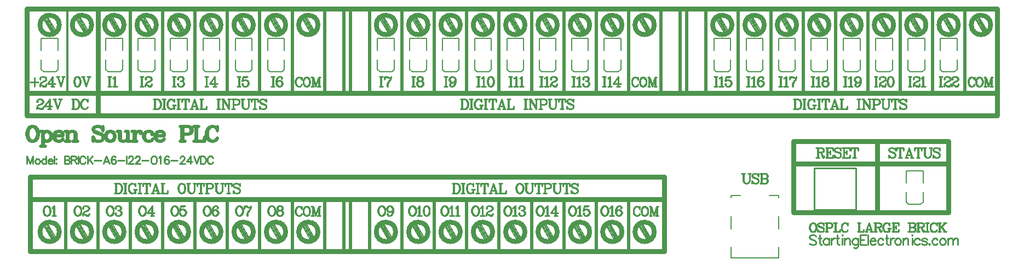
<source format=gto>
%FSLAX42Y42*%
%MOMM*%
G71*
G01*
G75*
%ADD10C,0.30*%
%ADD11R,0.50X2.80*%
%ADD12R,2.10X1.30*%
%ADD13R,1.80X1.60*%
%ADD14C,0.40*%
%ADD15C,0.60*%
%ADD16C,0.50*%
%ADD17C,0.25*%
%ADD18C,2.00*%
%ADD19R,1.50X1.50*%
%ADD20O,1.40X1.50*%
%ADD21C,1.50*%
%ADD22C,1.40*%
%ADD23C,1.20*%
%ADD24C,0.90*%
%ADD25R,1.60X1.25*%
%ADD26R,1.10X1.00*%
%ADD27R,1.30X1.50*%
%ADD28R,1.00X0.85*%
%ADD29R,1.50X1.30*%
%ADD30R,1.00X0.50*%
%ADD31R,1.50X0.25*%
%ADD32C,0.80*%
%ADD33C,0.20*%
D10*
X775Y-1650D02*
Y-350D01*
D16*
X9450Y-921D02*
Y-900D01*
X5050Y-1650D02*
Y-350D01*
X5150Y-1650D02*
Y-350D01*
X4750Y-1650D02*
Y-350D01*
X5450Y-1650D02*
Y-350D01*
X5950Y-1650D02*
Y-350D01*
X6450Y-1650D02*
Y-350D01*
X6950Y-1650D02*
Y-350D01*
X7450Y-1650D02*
Y-350D01*
X7950Y-1650D02*
Y-350D01*
X8450Y-1650D02*
Y-350D01*
X8950Y-1650D02*
Y-350D01*
X750Y-4100D02*
X750Y-3325D01*
X750Y-4100D02*
X1250Y-4100D01*
X1250Y-3300D02*
X1250Y-4100D01*
X1750Y-3300D02*
X1750Y-4100D01*
X2250D01*
X2250Y-3300D02*
X2250Y-4100D01*
X2750Y-3300D02*
X2750Y-4100D01*
X3250D01*
X3250Y-3300D02*
X3250Y-4100D01*
X3750Y-3300D02*
X3750Y-4100D01*
X4250D01*
X4250Y-3300D02*
X4250Y-4100D01*
X9450Y-1650D02*
Y-350D01*
X9950Y-1650D02*
Y-350D01*
X4250Y-921D02*
Y-900D01*
X1750Y-1650D02*
Y-350D01*
X2250Y-1650D02*
Y-350D01*
X2750Y-1650D02*
Y-350D01*
X3250Y-1650D02*
Y-350D01*
X3750Y-1650D02*
Y-350D01*
X4250Y-1650D02*
Y-350D01*
X14650Y-921D02*
Y-900D01*
X10250Y-1650D02*
Y-350D01*
X10350Y-1650D02*
Y-350D01*
X9950Y-1650D02*
Y-350D01*
X10650Y-1650D02*
Y-350D01*
X11150Y-1650D02*
Y-350D01*
X11650Y-1650D02*
Y-350D01*
X12150Y-1650D02*
Y-350D01*
X12650Y-1650D02*
Y-350D01*
X13150Y-1650D02*
Y-350D01*
X13650Y-1650D02*
Y-350D01*
X14150Y-1650D02*
Y-350D01*
X14650Y-1650D02*
Y-350D01*
X9950Y-1650D02*
Y-350D01*
X5950Y-4100D02*
Y-3300D01*
Y-4100D02*
X6450D01*
Y-3300D01*
X6950Y-4100D02*
Y-3300D01*
Y-4100D02*
X7450D01*
Y-3300D01*
X7950Y-4100D02*
Y-3300D01*
Y-4100D02*
X8450D01*
Y-3300D01*
X8950D02*
X8950Y-4100D01*
X9450D01*
Y-3325D01*
X5050Y-4100D02*
Y-3300D01*
X5150Y-4100D02*
Y-3300D01*
X4750Y-4100D02*
Y-3300D01*
X5450Y-4100D02*
Y-3300D01*
X227Y-2170D02*
X194Y-2181D01*
X172Y-2203D01*
X161Y-2225D01*
X150Y-2269D01*
Y-2301D01*
X161Y-2345D01*
X172Y-2367D01*
X194Y-2389D01*
X227Y-2400D01*
X249D01*
X281Y-2389D01*
X303Y-2367D01*
X314Y-2345D01*
X325Y-2301D01*
Y-2269D01*
X314Y-2225D01*
X303Y-2203D01*
X281Y-2181D01*
X249Y-2170D01*
X227D01*
X205Y-2181D01*
X183Y-2203D01*
X172Y-2225D01*
X161Y-2269D01*
Y-2301D01*
X172Y-2345D01*
X183Y-2367D01*
X205Y-2389D01*
X227Y-2400D01*
X249D02*
X270Y-2389D01*
X292Y-2367D01*
X303Y-2345D01*
X314Y-2301D01*
Y-2269D01*
X303Y-2225D01*
X292Y-2203D01*
X270Y-2181D01*
X249Y-2170D01*
X390Y-2247D02*
Y-2477D01*
X401Y-2247D02*
Y-2477D01*
Y-2280D02*
X423Y-2258D01*
X445Y-2247D01*
X466D01*
X499Y-2258D01*
X521Y-2280D01*
X532Y-2312D01*
Y-2334D01*
X521Y-2367D01*
X499Y-2389D01*
X466Y-2400D01*
X445D01*
X423Y-2389D01*
X401Y-2367D01*
X466Y-2247D02*
X488Y-2258D01*
X510Y-2280D01*
X521Y-2312D01*
Y-2334D01*
X510Y-2367D01*
X488Y-2389D01*
X466Y-2400D01*
X357Y-2247D02*
X401D01*
X357Y-2477D02*
X434D01*
X575Y-2312D02*
X706D01*
Y-2291D01*
X695Y-2269D01*
X684Y-2258D01*
X662Y-2247D01*
X630D01*
X597Y-2258D01*
X575Y-2280D01*
X564Y-2312D01*
Y-2334D01*
X575Y-2367D01*
X597Y-2389D01*
X630Y-2400D01*
X652D01*
X684Y-2389D01*
X706Y-2367D01*
X695Y-2312D02*
Y-2280D01*
X684Y-2258D01*
X630Y-2247D02*
X608Y-2258D01*
X586Y-2280D01*
X575Y-2312D01*
Y-2334D01*
X586Y-2367D01*
X608Y-2389D01*
X630Y-2400D01*
X774Y-2247D02*
Y-2400D01*
X785Y-2247D02*
Y-2400D01*
Y-2280D02*
X807Y-2258D01*
X840Y-2247D01*
X862D01*
X895Y-2258D01*
X906Y-2280D01*
Y-2400D01*
X862Y-2247D02*
X884Y-2258D01*
X895Y-2280D01*
Y-2400D01*
X741Y-2247D02*
X785D01*
X741Y-2400D02*
X818D01*
X862D02*
X938D01*
X1317Y-2203D02*
X1328Y-2170D01*
Y-2236D01*
X1317Y-2203D01*
X1295Y-2181D01*
X1263Y-2170D01*
X1230D01*
X1197Y-2181D01*
X1175Y-2203D01*
Y-2225D01*
X1186Y-2247D01*
X1197Y-2258D01*
X1219Y-2269D01*
X1284Y-2291D01*
X1306Y-2301D01*
X1328Y-2323D01*
X1175Y-2225D02*
X1197Y-2247D01*
X1219Y-2258D01*
X1284Y-2280D01*
X1306Y-2291D01*
X1317Y-2301D01*
X1328Y-2323D01*
Y-2367D01*
X1306Y-2389D01*
X1273Y-2400D01*
X1241D01*
X1208Y-2389D01*
X1186Y-2367D01*
X1175Y-2334D01*
Y-2400D01*
X1186Y-2367D01*
X1428Y-2247D02*
X1395Y-2258D01*
X1373Y-2280D01*
X1362Y-2312D01*
Y-2334D01*
X1373Y-2367D01*
X1395Y-2389D01*
X1428Y-2400D01*
X1450D01*
X1483Y-2389D01*
X1505Y-2367D01*
X1515Y-2334D01*
Y-2312D01*
X1505Y-2280D01*
X1483Y-2258D01*
X1450Y-2247D01*
X1428D01*
X1406Y-2258D01*
X1384Y-2280D01*
X1373Y-2312D01*
Y-2334D01*
X1384Y-2367D01*
X1406Y-2389D01*
X1428Y-2400D01*
X1450D02*
X1472Y-2389D01*
X1494Y-2367D01*
X1505Y-2334D01*
Y-2312D01*
X1494Y-2280D01*
X1472Y-2258D01*
X1450Y-2247D01*
X1582D02*
Y-2367D01*
X1593Y-2389D01*
X1626Y-2400D01*
X1648D01*
X1681Y-2389D01*
X1703Y-2367D01*
X1593Y-2247D02*
Y-2367D01*
X1604Y-2389D01*
X1626Y-2400D01*
X1703Y-2247D02*
Y-2400D01*
X1714Y-2247D02*
Y-2400D01*
X1549Y-2247D02*
X1593D01*
X1670D02*
X1714D01*
X1703Y-2400D02*
X1747D01*
X1809Y-2247D02*
Y-2400D01*
X1820Y-2247D02*
Y-2400D01*
Y-2312D02*
X1831Y-2280D01*
X1853Y-2258D01*
X1875Y-2247D01*
X1907D01*
X1918Y-2258D01*
Y-2269D01*
X1907Y-2280D01*
X1897Y-2269D01*
X1907Y-2258D01*
X1776Y-2247D02*
X1820D01*
X1776Y-2400D02*
X1853D01*
X2085Y-2280D02*
X2074Y-2291D01*
X2085Y-2301D01*
X2096Y-2291D01*
Y-2280D01*
X2074Y-2258D01*
X2052Y-2247D01*
X2019D01*
X1986Y-2258D01*
X1964Y-2280D01*
X1953Y-2312D01*
Y-2334D01*
X1964Y-2367D01*
X1986Y-2389D01*
X2019Y-2400D01*
X2041D01*
X2074Y-2389D01*
X2096Y-2367D01*
X2019Y-2247D02*
X1997Y-2258D01*
X1975Y-2280D01*
X1964Y-2312D01*
Y-2334D01*
X1975Y-2367D01*
X1997Y-2389D01*
X2019Y-2400D01*
X2142Y-2312D02*
X2273D01*
Y-2291D01*
X2262Y-2269D01*
X2251Y-2258D01*
X2229Y-2247D01*
X2197D01*
X2164Y-2258D01*
X2142Y-2280D01*
X2131Y-2312D01*
Y-2334D01*
X2142Y-2367D01*
X2164Y-2389D01*
X2197Y-2400D01*
X2218D01*
X2251Y-2389D01*
X2273Y-2367D01*
X2262Y-2312D02*
Y-2280D01*
X2251Y-2258D01*
X2197Y-2247D02*
X2175Y-2258D01*
X2153Y-2280D01*
X2142Y-2312D01*
Y-2334D01*
X2153Y-2367D01*
X2175Y-2389D01*
X2197Y-2400D01*
X2548Y-2170D02*
Y-2400D01*
X2559Y-2170D02*
Y-2400D01*
X2515Y-2170D02*
X2647D01*
X2679Y-2181D01*
X2690Y-2192D01*
X2701Y-2214D01*
Y-2247D01*
X2690Y-2269D01*
X2679Y-2280D01*
X2647Y-2291D01*
X2559D01*
X2647Y-2170D02*
X2669Y-2181D01*
X2679Y-2192D01*
X2690Y-2214D01*
Y-2247D01*
X2679Y-2269D01*
X2669Y-2280D01*
X2647Y-2291D01*
X2515Y-2400D02*
X2592D01*
X2765Y-2170D02*
Y-2400D01*
X2776Y-2170D02*
Y-2400D01*
X2732Y-2170D02*
X2809D01*
X2732Y-2400D02*
X2896D01*
Y-2334D01*
X2885Y-2400D01*
X3082Y-2203D02*
X3093Y-2236D01*
Y-2170D01*
X3082Y-2203D01*
X3061Y-2181D01*
X3028Y-2170D01*
X3006D01*
X2973Y-2181D01*
X2951Y-2203D01*
X2940Y-2225D01*
X2929Y-2258D01*
Y-2312D01*
X2940Y-2345D01*
X2951Y-2367D01*
X2973Y-2389D01*
X3006Y-2400D01*
X3028D01*
X3061Y-2389D01*
X3082Y-2367D01*
X3093Y-2345D01*
X3006Y-2170D02*
X2984Y-2181D01*
X2962Y-2203D01*
X2951Y-2225D01*
X2940Y-2258D01*
Y-2312D01*
X2951Y-2345D01*
X2962Y-2367D01*
X2984Y-2389D01*
X3006Y-2400D01*
D17*
X12320Y-3460D02*
Y-2810D01*
Y-3460D02*
X12970D01*
Y-2810D01*
X12320D02*
X12970D01*
X12297Y-3660D02*
X12277Y-3667D01*
X12263Y-3680D01*
X12257Y-3693D01*
X12250Y-3720D01*
Y-3740D01*
X12257Y-3767D01*
X12263Y-3780D01*
X12277Y-3793D01*
X12297Y-3800D01*
X12310D01*
X12330Y-3793D01*
X12343Y-3780D01*
X12350Y-3767D01*
X12357Y-3740D01*
Y-3720D01*
X12350Y-3693D01*
X12343Y-3680D01*
X12330Y-3667D01*
X12310Y-3660D01*
X12297D01*
X12283Y-3667D01*
X12270Y-3680D01*
X12263Y-3693D01*
X12257Y-3720D01*
Y-3740D01*
X12263Y-3767D01*
X12270Y-3780D01*
X12283Y-3793D01*
X12297Y-3800D01*
X12310D02*
X12323Y-3793D01*
X12337Y-3780D01*
X12343Y-3767D01*
X12350Y-3740D01*
Y-3720D01*
X12343Y-3693D01*
X12337Y-3680D01*
X12323Y-3667D01*
X12310Y-3660D01*
X12463Y-3680D02*
X12469Y-3660D01*
Y-3700D01*
X12463Y-3680D01*
X12449Y-3667D01*
X12429Y-3660D01*
X12409D01*
X12389Y-3667D01*
X12376Y-3680D01*
Y-3693D01*
X12383Y-3707D01*
X12389Y-3713D01*
X12403Y-3720D01*
X12443Y-3733D01*
X12456Y-3740D01*
X12469Y-3753D01*
X12376Y-3693D02*
X12389Y-3707D01*
X12403Y-3713D01*
X12443Y-3727D01*
X12456Y-3733D01*
X12463Y-3740D01*
X12469Y-3753D01*
Y-3780D01*
X12456Y-3793D01*
X12436Y-3800D01*
X12416D01*
X12396Y-3793D01*
X12383Y-3780D01*
X12376Y-3760D01*
Y-3800D01*
X12383Y-3780D01*
X12510Y-3660D02*
Y-3800D01*
X12517Y-3660D02*
Y-3800D01*
X12490Y-3660D02*
X12570D01*
X12590Y-3667D01*
X12597Y-3673D01*
X12603Y-3687D01*
Y-3707D01*
X12597Y-3720D01*
X12590Y-3727D01*
X12570Y-3733D01*
X12517D01*
X12570Y-3660D02*
X12583Y-3667D01*
X12590Y-3673D01*
X12597Y-3687D01*
Y-3707D01*
X12590Y-3720D01*
X12583Y-3727D01*
X12570Y-3733D01*
X12490Y-3800D02*
X12537D01*
X12642Y-3660D02*
Y-3800D01*
X12649Y-3660D02*
Y-3800D01*
X12622Y-3660D02*
X12669D01*
X12622Y-3800D02*
X12722D01*
Y-3760D01*
X12715Y-3800D01*
X12835Y-3680D02*
X12842Y-3700D01*
Y-3660D01*
X12835Y-3680D01*
X12822Y-3667D01*
X12802Y-3660D01*
X12789D01*
X12769Y-3667D01*
X12755Y-3680D01*
X12749Y-3693D01*
X12742Y-3713D01*
Y-3747D01*
X12749Y-3767D01*
X12755Y-3780D01*
X12769Y-3793D01*
X12789Y-3800D01*
X12802D01*
X12822Y-3793D01*
X12835Y-3780D01*
X12842Y-3767D01*
X12789Y-3660D02*
X12775Y-3667D01*
X12762Y-3680D01*
X12755Y-3693D01*
X12749Y-3713D01*
Y-3747D01*
X12755Y-3767D01*
X12762Y-3780D01*
X12775Y-3793D01*
X12789Y-3800D01*
X13008Y-3660D02*
Y-3800D01*
X13015Y-3660D02*
Y-3800D01*
X12988Y-3660D02*
X13034D01*
X12988Y-3800D02*
X13088D01*
Y-3760D01*
X13081Y-3800D01*
X13168Y-3660D02*
X13121Y-3800D01*
X13168Y-3660D02*
X13214Y-3800D01*
X13168Y-3680D02*
X13208Y-3800D01*
X13134Y-3760D02*
X13194D01*
X13108Y-3800D02*
X13148D01*
X13188D02*
X13228D01*
X13266Y-3660D02*
Y-3800D01*
X13272Y-3660D02*
Y-3800D01*
X13246Y-3660D02*
X13326D01*
X13346Y-3667D01*
X13352Y-3673D01*
X13359Y-3687D01*
Y-3700D01*
X13352Y-3713D01*
X13346Y-3720D01*
X13326Y-3727D01*
X13272D01*
X13326Y-3660D02*
X13339Y-3667D01*
X13346Y-3673D01*
X13352Y-3687D01*
Y-3700D01*
X13346Y-3713D01*
X13339Y-3720D01*
X13326Y-3727D01*
X13246Y-3800D02*
X13292D01*
X13306Y-3727D02*
X13319Y-3733D01*
X13326Y-3740D01*
X13346Y-3787D01*
X13352Y-3793D01*
X13359D01*
X13366Y-3787D01*
X13319Y-3733D02*
X13326Y-3747D01*
X13339Y-3793D01*
X13346Y-3800D01*
X13359D01*
X13366Y-3787D01*
Y-3780D01*
X13477Y-3680D02*
X13484Y-3700D01*
Y-3660D01*
X13477Y-3680D01*
X13464Y-3667D01*
X13444Y-3660D01*
X13430D01*
X13410Y-3667D01*
X13397Y-3680D01*
X13390Y-3693D01*
X13384Y-3713D01*
Y-3747D01*
X13390Y-3767D01*
X13397Y-3780D01*
X13410Y-3793D01*
X13430Y-3800D01*
X13444D01*
X13464Y-3793D01*
X13477Y-3780D01*
X13430Y-3660D02*
X13417Y-3667D01*
X13404Y-3680D01*
X13397Y-3693D01*
X13390Y-3713D01*
Y-3747D01*
X13397Y-3767D01*
X13404Y-3780D01*
X13417Y-3793D01*
X13430Y-3800D01*
X13477Y-3747D02*
Y-3800D01*
X13484Y-3747D02*
Y-3800D01*
X13457Y-3747D02*
X13504D01*
X13542Y-3660D02*
Y-3800D01*
X13548Y-3660D02*
Y-3800D01*
X13588Y-3700D02*
Y-3753D01*
X13522Y-3660D02*
X13628D01*
Y-3700D01*
X13622Y-3660D01*
X13548Y-3727D02*
X13588D01*
X13522Y-3800D02*
X13628D01*
Y-3760D01*
X13622Y-3800D01*
X13794Y-3660D02*
Y-3800D01*
X13800Y-3660D02*
Y-3800D01*
X13774Y-3660D02*
X13854D01*
X13874Y-3667D01*
X13880Y-3673D01*
X13887Y-3687D01*
Y-3700D01*
X13880Y-3713D01*
X13874Y-3720D01*
X13854Y-3727D01*
Y-3660D02*
X13867Y-3667D01*
X13874Y-3673D01*
X13880Y-3687D01*
Y-3700D01*
X13874Y-3713D01*
X13867Y-3720D01*
X13854Y-3727D01*
X13800D02*
X13854D01*
X13874Y-3733D01*
X13880Y-3740D01*
X13887Y-3753D01*
Y-3773D01*
X13880Y-3787D01*
X13874Y-3793D01*
X13854Y-3800D01*
X13774D01*
X13854Y-3727D02*
X13867Y-3733D01*
X13874Y-3740D01*
X13880Y-3753D01*
Y-3773D01*
X13874Y-3787D01*
X13867Y-3793D01*
X13854Y-3800D01*
X13926Y-3660D02*
Y-3800D01*
X13932Y-3660D02*
Y-3800D01*
X13906Y-3660D02*
X13986D01*
X14006Y-3667D01*
X14012Y-3673D01*
X14019Y-3687D01*
Y-3700D01*
X14012Y-3713D01*
X14006Y-3720D01*
X13986Y-3727D01*
X13932D01*
X13986Y-3660D02*
X13999Y-3667D01*
X14006Y-3673D01*
X14012Y-3687D01*
Y-3700D01*
X14006Y-3713D01*
X13999Y-3720D01*
X13986Y-3727D01*
X13906Y-3800D02*
X13952D01*
X13966Y-3727D02*
X13979Y-3733D01*
X13986Y-3740D01*
X14006Y-3787D01*
X14012Y-3793D01*
X14019D01*
X14026Y-3787D01*
X13979Y-3733D02*
X13986Y-3747D01*
X13999Y-3793D01*
X14006Y-3800D01*
X14019D01*
X14026Y-3787D01*
Y-3780D01*
X14064Y-3660D02*
Y-3800D01*
X14070Y-3660D02*
Y-3800D01*
X14044Y-3660D02*
X14090D01*
X14044Y-3800D02*
X14090D01*
X14209Y-3680D02*
X14216Y-3700D01*
Y-3660D01*
X14209Y-3680D01*
X14196Y-3667D01*
X14176Y-3660D01*
X14162D01*
X14142Y-3667D01*
X14129Y-3680D01*
X14122Y-3693D01*
X14116Y-3713D01*
Y-3747D01*
X14122Y-3767D01*
X14129Y-3780D01*
X14142Y-3793D01*
X14162Y-3800D01*
X14176D01*
X14196Y-3793D01*
X14209Y-3780D01*
X14216Y-3767D01*
X14162Y-3660D02*
X14149Y-3667D01*
X14136Y-3680D01*
X14129Y-3693D01*
X14122Y-3713D01*
Y-3747D01*
X14129Y-3767D01*
X14136Y-3780D01*
X14149Y-3793D01*
X14162Y-3800D01*
X14256Y-3660D02*
Y-3800D01*
X14262Y-3660D02*
Y-3800D01*
X14349Y-3660D02*
X14262Y-3747D01*
X14296Y-3720D02*
X14349Y-3800D01*
X14289Y-3720D02*
X14342Y-3800D01*
X14236Y-3660D02*
X14282D01*
X14322D02*
X14362D01*
X14236Y-3800D02*
X14282D01*
X14322D02*
X14362D01*
X1421Y-1400D02*
Y-1550D01*
X1429Y-1400D02*
Y-1550D01*
X1400Y-1400D02*
X1450D01*
X1400Y-1550D02*
X1450D01*
X1477Y-1429D02*
X1491Y-1421D01*
X1513Y-1400D01*
Y-1550D01*
X1506Y-1407D02*
Y-1550D01*
X1477D02*
X1541D01*
X12350Y-3871D02*
X12336Y-3857D01*
X12314Y-3850D01*
X12286D01*
X12264Y-3857D01*
X12250Y-3871D01*
Y-3886D01*
X12257Y-3900D01*
X12264Y-3907D01*
X12279Y-3914D01*
X12321Y-3929D01*
X12336Y-3936D01*
X12343Y-3943D01*
X12350Y-3957D01*
Y-3979D01*
X12336Y-3993D01*
X12314Y-4000D01*
X12286D01*
X12264Y-3993D01*
X12250Y-3979D01*
X12405Y-3850D02*
Y-3971D01*
X12412Y-3993D01*
X12426Y-4000D01*
X12441D01*
X12384Y-3900D02*
X12434D01*
X12548D02*
Y-4000D01*
Y-3921D02*
X12534Y-3907D01*
X12519Y-3900D01*
X12498D01*
X12484Y-3907D01*
X12469Y-3921D01*
X12462Y-3943D01*
Y-3957D01*
X12469Y-3979D01*
X12484Y-3993D01*
X12498Y-4000D01*
X12519D01*
X12534Y-3993D01*
X12548Y-3979D01*
X12588Y-3900D02*
Y-4000D01*
Y-3943D02*
X12595Y-3921D01*
X12609Y-3907D01*
X12623Y-3900D01*
X12645D01*
X12680Y-3850D02*
Y-3971D01*
X12687Y-3993D01*
X12701Y-4000D01*
X12716D01*
X12658Y-3900D02*
X12708D01*
X12751Y-3850D02*
X12758Y-3857D01*
X12766Y-3850D01*
X12758Y-3843D01*
X12751Y-3850D01*
X12758Y-3900D02*
Y-4000D01*
X12792Y-3900D02*
Y-4000D01*
Y-3929D02*
X12813Y-3907D01*
X12828Y-3900D01*
X12849D01*
X12863Y-3907D01*
X12871Y-3929D01*
Y-4000D01*
X12996Y-3900D02*
Y-4014D01*
X12988Y-4036D01*
X12981Y-4043D01*
X12967Y-4050D01*
X12946D01*
X12931Y-4043D01*
X12996Y-3921D02*
X12981Y-3907D01*
X12967Y-3900D01*
X12946D01*
X12931Y-3907D01*
X12917Y-3921D01*
X12910Y-3943D01*
Y-3957D01*
X12917Y-3979D01*
X12931Y-3993D01*
X12946Y-4000D01*
X12967D01*
X12981Y-3993D01*
X12996Y-3979D01*
X13128Y-3850D02*
X13036D01*
Y-4000D01*
X13128D01*
X13036Y-3921D02*
X13093D01*
X13153Y-3850D02*
Y-4000D01*
X13185Y-3943D02*
X13270D01*
Y-3929D01*
X13263Y-3914D01*
X13256Y-3907D01*
X13242Y-3900D01*
X13221D01*
X13206Y-3907D01*
X13192Y-3921D01*
X13185Y-3943D01*
Y-3957D01*
X13192Y-3979D01*
X13206Y-3993D01*
X13221Y-4000D01*
X13242D01*
X13256Y-3993D01*
X13270Y-3979D01*
X13388Y-3921D02*
X13374Y-3907D01*
X13360Y-3900D01*
X13338D01*
X13324Y-3907D01*
X13310Y-3921D01*
X13303Y-3943D01*
Y-3957D01*
X13310Y-3979D01*
X13324Y-3993D01*
X13338Y-4000D01*
X13360D01*
X13374Y-3993D01*
X13388Y-3979D01*
X13442Y-3850D02*
Y-3971D01*
X13449Y-3993D01*
X13463Y-4000D01*
X13478D01*
X13420Y-3900D02*
X13470D01*
X13499D02*
Y-4000D01*
Y-3943D02*
X13506Y-3921D01*
X13520Y-3907D01*
X13535Y-3900D01*
X13556D01*
X13605D02*
X13591Y-3907D01*
X13577Y-3921D01*
X13570Y-3943D01*
Y-3957D01*
X13577Y-3979D01*
X13591Y-3993D01*
X13605Y-4000D01*
X13627D01*
X13641Y-3993D01*
X13655Y-3979D01*
X13663Y-3957D01*
Y-3943D01*
X13655Y-3921D01*
X13641Y-3907D01*
X13627Y-3900D01*
X13605D01*
X13695D02*
Y-4000D01*
Y-3929D02*
X13717Y-3907D01*
X13731Y-3900D01*
X13753D01*
X13767Y-3907D01*
X13774Y-3929D01*
Y-4000D01*
X13828Y-3850D02*
X13835Y-3857D01*
X13842Y-3850D01*
X13835Y-3843D01*
X13828Y-3850D01*
X13835Y-3900D02*
Y-4000D01*
X13954Y-3921D02*
X13940Y-3907D01*
X13925Y-3900D01*
X13904D01*
X13890Y-3907D01*
X13875Y-3921D01*
X13868Y-3943D01*
Y-3957D01*
X13875Y-3979D01*
X13890Y-3993D01*
X13904Y-4000D01*
X13925D01*
X13940Y-3993D01*
X13954Y-3979D01*
X14065Y-3921D02*
X14057Y-3907D01*
X14036Y-3900D01*
X14015D01*
X13993Y-3907D01*
X13986Y-3921D01*
X13993Y-3936D01*
X14007Y-3943D01*
X14043Y-3950D01*
X14057Y-3957D01*
X14065Y-3971D01*
Y-3979D01*
X14057Y-3993D01*
X14036Y-4000D01*
X14015D01*
X13993Y-3993D01*
X13986Y-3979D01*
X14103Y-3986D02*
X14096Y-3993D01*
X14103Y-4000D01*
X14110Y-3993D01*
X14103Y-3986D01*
X14229Y-3921D02*
X14215Y-3907D01*
X14200Y-3900D01*
X14179D01*
X14165Y-3907D01*
X14150Y-3921D01*
X14143Y-3943D01*
Y-3957D01*
X14150Y-3979D01*
X14165Y-3993D01*
X14179Y-4000D01*
X14200D01*
X14215Y-3993D01*
X14229Y-3979D01*
X14297Y-3900D02*
X14282Y-3907D01*
X14268Y-3921D01*
X14261Y-3943D01*
Y-3957D01*
X14268Y-3979D01*
X14282Y-3993D01*
X14297Y-4000D01*
X14318D01*
X14332Y-3993D01*
X14347Y-3979D01*
X14354Y-3957D01*
Y-3943D01*
X14347Y-3921D01*
X14332Y-3907D01*
X14318Y-3900D01*
X14297D01*
X14387D02*
Y-4000D01*
Y-3929D02*
X14408Y-3907D01*
X14422Y-3900D01*
X14444D01*
X14458Y-3907D01*
X14465Y-3929D01*
Y-4000D01*
Y-3929D02*
X14487Y-3907D01*
X14501Y-3900D01*
X14522D01*
X14537Y-3907D01*
X14544Y-3929D01*
Y-4000D01*
X264Y-1421D02*
Y-1550D01*
X200Y-1486D02*
X329D01*
X355Y-1429D02*
X362Y-1436D01*
X355Y-1443D01*
X348Y-1436D01*
Y-1429D01*
X355Y-1414D01*
X362Y-1407D01*
X384Y-1400D01*
X412D01*
X434Y-1407D01*
X441Y-1414D01*
X448Y-1429D01*
Y-1443D01*
X441Y-1457D01*
X419Y-1471D01*
X384Y-1486D01*
X369Y-1493D01*
X355Y-1507D01*
X348Y-1529D01*
Y-1550D01*
X412Y-1400D02*
X426Y-1407D01*
X434Y-1414D01*
X441Y-1429D01*
Y-1443D01*
X434Y-1457D01*
X412Y-1471D01*
X384Y-1486D01*
X348Y-1536D02*
X355Y-1529D01*
X369D01*
X405Y-1543D01*
X426D01*
X441Y-1536D01*
X448Y-1529D01*
Y-1514D01*
X369Y-1529D02*
X405Y-1550D01*
X434D01*
X441Y-1543D01*
X448Y-1529D01*
X541Y-1414D02*
Y-1550D01*
X584Y-1507D02*
X470D01*
X548Y-1400D01*
Y-1550D01*
X520D02*
X570D01*
X619Y-1400D02*
X669Y-1550D01*
X626Y-1400D02*
X669Y-1529D01*
X719Y-1400D02*
X669Y-1550D01*
X605Y-1400D02*
X648D01*
X691D02*
X733D01*
X6121D02*
Y-1550D01*
X6129Y-1400D02*
Y-1550D01*
X6100Y-1400D02*
X6150D01*
X6100Y-1550D02*
X6150D01*
X6213Y-1400D02*
X6191Y-1407D01*
X6184Y-1421D01*
Y-1443D01*
X6191Y-1457D01*
X6213Y-1464D01*
X6241D01*
X6263Y-1457D01*
X6270Y-1443D01*
Y-1421D01*
X6263Y-1407D01*
X6241Y-1400D01*
X6213D01*
X6199Y-1407D01*
X6191Y-1421D01*
Y-1443D01*
X6199Y-1457D01*
X6213Y-1464D01*
X6241D02*
X6256Y-1457D01*
X6263Y-1443D01*
Y-1421D01*
X6256Y-1407D01*
X6241Y-1400D01*
X6213Y-1464D02*
X6191Y-1471D01*
X6184Y-1479D01*
X6177Y-1493D01*
Y-1521D01*
X6184Y-1536D01*
X6191Y-1543D01*
X6213Y-1550D01*
X6241D01*
X6263Y-1543D01*
X6270Y-1536D01*
X6277Y-1521D01*
Y-1493D01*
X6270Y-1479D01*
X6263Y-1471D01*
X6241Y-1464D01*
X6213D02*
X6199Y-1471D01*
X6191Y-1479D01*
X6184Y-1493D01*
Y-1521D01*
X6191Y-1536D01*
X6199Y-1543D01*
X6213Y-1550D01*
X6241D02*
X6256Y-1543D01*
X6263Y-1536D01*
X6270Y-1521D01*
Y-1493D01*
X6263Y-1479D01*
X6256Y-1471D01*
X6241Y-1464D01*
X5621Y-1400D02*
Y-1550D01*
X5629Y-1400D02*
Y-1550D01*
X5600Y-1400D02*
X5650D01*
X5600Y-1550D02*
X5650D01*
X5677Y-1400D02*
Y-1443D01*
Y-1429D02*
X5684Y-1414D01*
X5699Y-1400D01*
X5713D01*
X5749Y-1421D01*
X5763D01*
X5770Y-1414D01*
X5777Y-1400D01*
X5684Y-1414D02*
X5699Y-1407D01*
X5713D01*
X5749Y-1421D01*
X5777Y-1400D02*
Y-1421D01*
X5770Y-1443D01*
X5741Y-1479D01*
X5734Y-1493D01*
X5727Y-1514D01*
Y-1550D01*
X5770Y-1443D02*
X5734Y-1479D01*
X5727Y-1493D01*
X5720Y-1514D01*
Y-1550D01*
X3946Y-1400D02*
Y-1550D01*
X3954Y-1400D02*
Y-1550D01*
X3925Y-1400D02*
X3975D01*
X3925Y-1550D02*
X3975D01*
X4088Y-1421D02*
X4081Y-1429D01*
X4088Y-1436D01*
X4095Y-1429D01*
Y-1421D01*
X4088Y-1407D01*
X4074Y-1400D01*
X4052D01*
X4031Y-1407D01*
X4016Y-1421D01*
X4009Y-1436D01*
X4002Y-1464D01*
Y-1507D01*
X4009Y-1529D01*
X4024Y-1543D01*
X4045Y-1550D01*
X4059D01*
X4081Y-1543D01*
X4095Y-1529D01*
X4102Y-1507D01*
Y-1500D01*
X4095Y-1479D01*
X4081Y-1464D01*
X4059Y-1457D01*
X4052D01*
X4031Y-1464D01*
X4016Y-1479D01*
X4009Y-1500D01*
X4052Y-1400D02*
X4038Y-1407D01*
X4024Y-1421D01*
X4016Y-1436D01*
X4009Y-1464D01*
Y-1507D01*
X4016Y-1529D01*
X4031Y-1543D01*
X4045Y-1550D01*
X4059D02*
X4074Y-1543D01*
X4088Y-1529D01*
X4095Y-1507D01*
Y-1500D01*
X4088Y-1479D01*
X4074Y-1464D01*
X4059Y-1457D01*
X6621Y-1400D02*
Y-1550D01*
X6629Y-1400D02*
Y-1550D01*
X6600Y-1400D02*
X6650D01*
X6600Y-1550D02*
X6650D01*
X6770Y-1450D02*
X6763Y-1471D01*
X6749Y-1486D01*
X6727Y-1493D01*
X6720D01*
X6699Y-1486D01*
X6684Y-1471D01*
X6677Y-1450D01*
Y-1443D01*
X6684Y-1421D01*
X6699Y-1407D01*
X6720Y-1400D01*
X6734D01*
X6756Y-1407D01*
X6770Y-1421D01*
X6777Y-1443D01*
Y-1486D01*
X6770Y-1514D01*
X6763Y-1529D01*
X6749Y-1543D01*
X6727Y-1550D01*
X6706D01*
X6691Y-1543D01*
X6684Y-1529D01*
Y-1521D01*
X6691Y-1514D01*
X6699Y-1521D01*
X6691Y-1529D01*
X6720Y-1493D02*
X6706Y-1486D01*
X6691Y-1471D01*
X6684Y-1450D01*
Y-1443D01*
X6691Y-1421D01*
X6706Y-1407D01*
X6720Y-1400D01*
X6734D02*
X6749Y-1407D01*
X6763Y-1421D01*
X6770Y-1443D01*
Y-1486D01*
X6763Y-1514D01*
X6756Y-1529D01*
X6741Y-1543D01*
X6727Y-1550D01*
X7121Y-1400D02*
Y-1550D01*
X7129Y-1400D02*
Y-1550D01*
X7100Y-1400D02*
X7150D01*
X7100Y-1550D02*
X7150D01*
X7177Y-1429D02*
X7191Y-1421D01*
X7213Y-1400D01*
Y-1550D01*
X7206Y-1407D02*
Y-1550D01*
X7177D02*
X7241D01*
X7310Y-1400D02*
X7289Y-1407D01*
X7274Y-1429D01*
X7267Y-1464D01*
Y-1486D01*
X7274Y-1521D01*
X7289Y-1543D01*
X7310Y-1550D01*
X7324D01*
X7346Y-1543D01*
X7360Y-1521D01*
X7367Y-1486D01*
Y-1464D01*
X7360Y-1429D01*
X7346Y-1407D01*
X7324Y-1400D01*
X7310D01*
X7296Y-1407D01*
X7289Y-1414D01*
X7281Y-1429D01*
X7274Y-1464D01*
Y-1486D01*
X7281Y-1521D01*
X7289Y-1536D01*
X7296Y-1543D01*
X7310Y-1550D01*
X7324D02*
X7339Y-1543D01*
X7346Y-1536D01*
X7353Y-1521D01*
X7360Y-1486D01*
Y-1464D01*
X7353Y-1429D01*
X7346Y-1414D01*
X7339Y-1407D01*
X7324Y-1400D01*
X7621D02*
Y-1550D01*
X7629Y-1400D02*
Y-1550D01*
X7600Y-1400D02*
X7650D01*
X7600Y-1550D02*
X7650D01*
X7677Y-1429D02*
X7691Y-1421D01*
X7713Y-1400D01*
Y-1550D01*
X7706Y-1407D02*
Y-1550D01*
X7677D02*
X7741D01*
X7767Y-1429D02*
X7781Y-1421D01*
X7803Y-1400D01*
Y-1550D01*
X7796Y-1407D02*
Y-1550D01*
X7767D02*
X7831D01*
X8096Y-1400D02*
Y-1550D01*
X8104Y-1400D02*
Y-1550D01*
X8075Y-1400D02*
X8125D01*
X8075Y-1550D02*
X8125D01*
X8152Y-1429D02*
X8166Y-1421D01*
X8188Y-1400D01*
Y-1550D01*
X8181Y-1407D02*
Y-1550D01*
X8152D02*
X8216D01*
X8249Y-1429D02*
X8256Y-1436D01*
X8249Y-1443D01*
X8242Y-1436D01*
Y-1429D01*
X8249Y-1414D01*
X8256Y-1407D01*
X8278Y-1400D01*
X8306D01*
X8328Y-1407D01*
X8335Y-1414D01*
X8342Y-1429D01*
Y-1443D01*
X8335Y-1457D01*
X8314Y-1471D01*
X8278Y-1486D01*
X8264Y-1493D01*
X8249Y-1507D01*
X8242Y-1529D01*
Y-1550D01*
X8306Y-1400D02*
X8321Y-1407D01*
X8328Y-1414D01*
X8335Y-1429D01*
Y-1443D01*
X8328Y-1457D01*
X8306Y-1471D01*
X8278Y-1486D01*
X8242Y-1536D02*
X8249Y-1529D01*
X8264D01*
X8299Y-1543D01*
X8321D01*
X8335Y-1536D01*
X8342Y-1529D01*
Y-1514D01*
X8264Y-1529D02*
X8299Y-1550D01*
X8328D01*
X8335Y-1543D01*
X8342Y-1529D01*
X8596Y-1400D02*
Y-1550D01*
X8604Y-1400D02*
Y-1550D01*
X8575Y-1400D02*
X8625D01*
X8575Y-1550D02*
X8625D01*
X8652Y-1429D02*
X8666Y-1421D01*
X8688Y-1400D01*
Y-1550D01*
X8681Y-1407D02*
Y-1550D01*
X8652D02*
X8716D01*
X8749Y-1429D02*
X8756Y-1436D01*
X8749Y-1443D01*
X8742Y-1436D01*
Y-1429D01*
X8749Y-1414D01*
X8756Y-1407D01*
X8778Y-1400D01*
X8806D01*
X8828Y-1407D01*
X8835Y-1421D01*
Y-1443D01*
X8828Y-1457D01*
X8806Y-1464D01*
X8785D01*
X8806Y-1400D02*
X8821Y-1407D01*
X8828Y-1421D01*
Y-1443D01*
X8821Y-1457D01*
X8806Y-1464D01*
X8821Y-1471D01*
X8835Y-1486D01*
X8842Y-1500D01*
Y-1521D01*
X8835Y-1536D01*
X8828Y-1543D01*
X8806Y-1550D01*
X8778D01*
X8756Y-1543D01*
X8749Y-1536D01*
X8742Y-1521D01*
Y-1514D01*
X8749Y-1507D01*
X8756Y-1514D01*
X8749Y-1521D01*
X8828Y-1479D02*
X8835Y-1500D01*
Y-1521D01*
X8828Y-1536D01*
X8821Y-1543D01*
X8806Y-1550D01*
X9071Y-1400D02*
Y-1550D01*
X9079Y-1400D02*
Y-1550D01*
X9050Y-1400D02*
X9100D01*
X9050Y-1550D02*
X9100D01*
X9127Y-1429D02*
X9141Y-1421D01*
X9163Y-1400D01*
Y-1550D01*
X9156Y-1407D02*
Y-1550D01*
X9127D02*
X9191D01*
X9289Y-1414D02*
Y-1550D01*
X9331Y-1507D02*
X9217D01*
X9296Y-1400D01*
Y-1550D01*
X9267D02*
X9317D01*
X9593Y-1430D02*
X9600Y-1450D01*
Y-1410D01*
X9593Y-1430D01*
X9580Y-1417D01*
X9560Y-1410D01*
X9547D01*
X9527Y-1417D01*
X9513Y-1430D01*
X9507Y-1443D01*
X9500Y-1463D01*
Y-1497D01*
X9507Y-1517D01*
X9513Y-1530D01*
X9527Y-1543D01*
X9547Y-1550D01*
X9560D01*
X9580Y-1543D01*
X9593Y-1530D01*
X9600Y-1517D01*
X9547Y-1410D02*
X9533Y-1417D01*
X9520Y-1430D01*
X9513Y-1443D01*
X9507Y-1463D01*
Y-1497D01*
X9513Y-1517D01*
X9520Y-1530D01*
X9533Y-1543D01*
X9547Y-1550D01*
X9667Y-1410D02*
X9647Y-1417D01*
X9633Y-1430D01*
X9627Y-1443D01*
X9620Y-1470D01*
Y-1490D01*
X9627Y-1517D01*
X9633Y-1530D01*
X9647Y-1543D01*
X9667Y-1550D01*
X9680D01*
X9700Y-1543D01*
X9713Y-1530D01*
X9720Y-1517D01*
X9727Y-1490D01*
Y-1470D01*
X9720Y-1443D01*
X9713Y-1430D01*
X9700Y-1417D01*
X9680Y-1410D01*
X9667D01*
X9653Y-1417D01*
X9640Y-1430D01*
X9633Y-1443D01*
X9627Y-1470D01*
Y-1490D01*
X9633Y-1517D01*
X9640Y-1530D01*
X9653Y-1543D01*
X9667Y-1550D01*
X9680D02*
X9693Y-1543D01*
X9707Y-1530D01*
X9713Y-1517D01*
X9720Y-1490D01*
Y-1470D01*
X9713Y-1443D01*
X9707Y-1430D01*
X9693Y-1417D01*
X9680Y-1410D01*
X9766D02*
Y-1550D01*
X9773Y-1410D02*
X9813Y-1530D01*
X9766Y-1410D02*
X9813Y-1550D01*
X9859Y-1410D02*
X9813Y-1550D01*
X9859Y-1410D02*
Y-1550D01*
X9866Y-1410D02*
Y-1550D01*
X9746Y-1410D02*
X9773D01*
X9859D02*
X9886D01*
X9746Y-1550D02*
X9786D01*
X9839D02*
X9886D01*
X918Y-1400D02*
X896Y-1407D01*
X882Y-1429D01*
X875Y-1464D01*
Y-1486D01*
X882Y-1521D01*
X896Y-1543D01*
X918Y-1550D01*
X932D01*
X954Y-1543D01*
X968Y-1521D01*
X975Y-1486D01*
Y-1464D01*
X968Y-1429D01*
X954Y-1407D01*
X932Y-1400D01*
X918D01*
X904Y-1407D01*
X896Y-1414D01*
X889Y-1429D01*
X882Y-1464D01*
Y-1486D01*
X889Y-1521D01*
X896Y-1536D01*
X904Y-1543D01*
X918Y-1550D01*
X932D02*
X946Y-1543D01*
X954Y-1536D01*
X961Y-1521D01*
X968Y-1486D01*
Y-1464D01*
X961Y-1429D01*
X954Y-1414D01*
X946Y-1407D01*
X932Y-1400D01*
X1011D02*
X1061Y-1550D01*
X1019Y-1400D02*
X1061Y-1529D01*
X1111Y-1400D02*
X1061Y-1550D01*
X997Y-1400D02*
X1040D01*
X1083D02*
X1126D01*
X925Y-3400D02*
X904Y-3407D01*
X889Y-3421D01*
X882Y-3436D01*
X875Y-3464D01*
Y-3486D01*
X882Y-3514D01*
X889Y-3529D01*
X904Y-3543D01*
X925Y-3550D01*
X939D01*
X961Y-3543D01*
X975Y-3529D01*
X982Y-3514D01*
X989Y-3486D01*
Y-3464D01*
X982Y-3436D01*
X975Y-3421D01*
X961Y-3407D01*
X939Y-3400D01*
X925D01*
X911Y-3407D01*
X896Y-3421D01*
X889Y-3436D01*
X882Y-3464D01*
Y-3486D01*
X889Y-3514D01*
X896Y-3529D01*
X911Y-3543D01*
X925Y-3550D01*
X939D02*
X954Y-3543D01*
X968Y-3529D01*
X975Y-3514D01*
X982Y-3486D01*
Y-3464D01*
X975Y-3436D01*
X968Y-3421D01*
X954Y-3407D01*
X939Y-3400D01*
X1017Y-3429D02*
X1024Y-3436D01*
X1017Y-3443D01*
X1010Y-3436D01*
Y-3429D01*
X1017Y-3414D01*
X1024Y-3407D01*
X1046Y-3400D01*
X1074D01*
X1096Y-3407D01*
X1103Y-3414D01*
X1110Y-3429D01*
Y-3443D01*
X1103Y-3457D01*
X1081Y-3471D01*
X1046Y-3486D01*
X1031Y-3493D01*
X1017Y-3507D01*
X1010Y-3529D01*
Y-3550D01*
X1074Y-3400D02*
X1089Y-3407D01*
X1096Y-3414D01*
X1103Y-3429D01*
Y-3443D01*
X1096Y-3457D01*
X1074Y-3471D01*
X1046Y-3486D01*
X1010Y-3536D02*
X1017Y-3529D01*
X1031D01*
X1067Y-3543D01*
X1089D01*
X1103Y-3536D01*
X1110Y-3529D01*
Y-3514D01*
X1031Y-3529D02*
X1067Y-3550D01*
X1096D01*
X1103Y-3543D01*
X1110Y-3529D01*
X1425Y-3400D02*
X1404Y-3407D01*
X1389Y-3421D01*
X1382Y-3436D01*
X1375Y-3464D01*
Y-3486D01*
X1382Y-3514D01*
X1389Y-3529D01*
X1404Y-3543D01*
X1425Y-3550D01*
X1439D01*
X1461Y-3543D01*
X1475Y-3529D01*
X1482Y-3514D01*
X1489Y-3486D01*
Y-3464D01*
X1482Y-3436D01*
X1475Y-3421D01*
X1461Y-3407D01*
X1439Y-3400D01*
X1425D01*
X1411Y-3407D01*
X1396Y-3421D01*
X1389Y-3436D01*
X1382Y-3464D01*
Y-3486D01*
X1389Y-3514D01*
X1396Y-3529D01*
X1411Y-3543D01*
X1425Y-3550D01*
X1439D02*
X1454Y-3543D01*
X1468Y-3529D01*
X1475Y-3514D01*
X1482Y-3486D01*
Y-3464D01*
X1475Y-3436D01*
X1468Y-3421D01*
X1454Y-3407D01*
X1439Y-3400D01*
X1517Y-3429D02*
X1524Y-3436D01*
X1517Y-3443D01*
X1510Y-3436D01*
Y-3429D01*
X1517Y-3414D01*
X1524Y-3407D01*
X1546Y-3400D01*
X1574D01*
X1596Y-3407D01*
X1603Y-3421D01*
Y-3443D01*
X1596Y-3457D01*
X1574Y-3464D01*
X1553D01*
X1574Y-3400D02*
X1589Y-3407D01*
X1596Y-3421D01*
Y-3443D01*
X1589Y-3457D01*
X1574Y-3464D01*
X1589Y-3471D01*
X1603Y-3486D01*
X1610Y-3500D01*
Y-3521D01*
X1603Y-3536D01*
X1596Y-3543D01*
X1574Y-3550D01*
X1546D01*
X1524Y-3543D01*
X1517Y-3536D01*
X1510Y-3521D01*
Y-3514D01*
X1517Y-3507D01*
X1524Y-3514D01*
X1517Y-3521D01*
X1596Y-3479D02*
X1603Y-3500D01*
Y-3521D01*
X1596Y-3536D01*
X1589Y-3543D01*
X1574Y-3550D01*
X1925Y-3400D02*
X1904Y-3407D01*
X1889Y-3421D01*
X1882Y-3436D01*
X1875Y-3464D01*
Y-3486D01*
X1882Y-3514D01*
X1889Y-3529D01*
X1904Y-3543D01*
X1925Y-3550D01*
X1939D01*
X1961Y-3543D01*
X1975Y-3529D01*
X1982Y-3514D01*
X1989Y-3486D01*
Y-3464D01*
X1982Y-3436D01*
X1975Y-3421D01*
X1961Y-3407D01*
X1939Y-3400D01*
X1925D01*
X1911Y-3407D01*
X1896Y-3421D01*
X1889Y-3436D01*
X1882Y-3464D01*
Y-3486D01*
X1889Y-3514D01*
X1896Y-3529D01*
X1911Y-3543D01*
X1925Y-3550D01*
X1939D02*
X1954Y-3543D01*
X1968Y-3529D01*
X1975Y-3514D01*
X1982Y-3486D01*
Y-3464D01*
X1975Y-3436D01*
X1968Y-3421D01*
X1954Y-3407D01*
X1939Y-3400D01*
X2081Y-3414D02*
Y-3550D01*
X2124Y-3507D02*
X2010D01*
X2089Y-3400D01*
Y-3550D01*
X2060D02*
X2110D01*
X2425Y-3400D02*
X2404Y-3407D01*
X2389Y-3421D01*
X2382Y-3436D01*
X2375Y-3464D01*
Y-3486D01*
X2382Y-3514D01*
X2389Y-3529D01*
X2404Y-3543D01*
X2425Y-3550D01*
X2439D01*
X2461Y-3543D01*
X2475Y-3529D01*
X2482Y-3514D01*
X2489Y-3486D01*
Y-3464D01*
X2482Y-3436D01*
X2475Y-3421D01*
X2461Y-3407D01*
X2439Y-3400D01*
X2425D01*
X2411Y-3407D01*
X2396Y-3421D01*
X2389Y-3436D01*
X2382Y-3464D01*
Y-3486D01*
X2389Y-3514D01*
X2396Y-3529D01*
X2411Y-3543D01*
X2425Y-3550D01*
X2439D02*
X2454Y-3543D01*
X2468Y-3529D01*
X2475Y-3514D01*
X2482Y-3486D01*
Y-3464D01*
X2475Y-3436D01*
X2468Y-3421D01*
X2454Y-3407D01*
X2439Y-3400D01*
X2524D02*
X2510Y-3471D01*
X2524Y-3457D01*
X2546Y-3450D01*
X2567D01*
X2589Y-3457D01*
X2603Y-3471D01*
X2610Y-3493D01*
Y-3507D01*
X2603Y-3529D01*
X2589Y-3543D01*
X2567Y-3550D01*
X2546D01*
X2524Y-3543D01*
X2517Y-3536D01*
X2510Y-3521D01*
Y-3514D01*
X2517Y-3507D01*
X2524Y-3514D01*
X2517Y-3521D01*
X2567Y-3450D02*
X2581Y-3457D01*
X2596Y-3471D01*
X2603Y-3493D01*
Y-3507D01*
X2596Y-3529D01*
X2581Y-3543D01*
X2567Y-3550D01*
X2524Y-3400D02*
X2596D01*
X2524Y-3407D02*
X2560D01*
X2596Y-3400D01*
X2925D02*
X2904Y-3407D01*
X2889Y-3421D01*
X2882Y-3436D01*
X2875Y-3464D01*
Y-3486D01*
X2882Y-3514D01*
X2889Y-3529D01*
X2904Y-3543D01*
X2925Y-3550D01*
X2939D01*
X2961Y-3543D01*
X2975Y-3529D01*
X2982Y-3514D01*
X2989Y-3486D01*
Y-3464D01*
X2982Y-3436D01*
X2975Y-3421D01*
X2961Y-3407D01*
X2939Y-3400D01*
X2925D01*
X2911Y-3407D01*
X2896Y-3421D01*
X2889Y-3436D01*
X2882Y-3464D01*
Y-3486D01*
X2889Y-3514D01*
X2896Y-3529D01*
X2911Y-3543D01*
X2925Y-3550D01*
X2939D02*
X2954Y-3543D01*
X2968Y-3529D01*
X2975Y-3514D01*
X2982Y-3486D01*
Y-3464D01*
X2975Y-3436D01*
X2968Y-3421D01*
X2954Y-3407D01*
X2939Y-3400D01*
X3096Y-3421D02*
X3089Y-3429D01*
X3096Y-3436D01*
X3103Y-3429D01*
Y-3421D01*
X3096Y-3407D01*
X3081Y-3400D01*
X3060D01*
X3039Y-3407D01*
X3024Y-3421D01*
X3017Y-3436D01*
X3010Y-3464D01*
Y-3507D01*
X3017Y-3529D01*
X3031Y-3543D01*
X3053Y-3550D01*
X3067D01*
X3089Y-3543D01*
X3103Y-3529D01*
X3110Y-3507D01*
Y-3500D01*
X3103Y-3479D01*
X3089Y-3464D01*
X3067Y-3457D01*
X3060D01*
X3039Y-3464D01*
X3024Y-3479D01*
X3017Y-3500D01*
X3060Y-3400D02*
X3046Y-3407D01*
X3031Y-3421D01*
X3024Y-3436D01*
X3017Y-3464D01*
Y-3507D01*
X3024Y-3529D01*
X3039Y-3543D01*
X3053Y-3550D01*
X3067D02*
X3081Y-3543D01*
X3096Y-3529D01*
X3103Y-3507D01*
Y-3500D01*
X3096Y-3479D01*
X3081Y-3464D01*
X3067Y-3457D01*
X3425Y-3400D02*
X3404Y-3407D01*
X3389Y-3421D01*
X3382Y-3436D01*
X3375Y-3464D01*
Y-3486D01*
X3382Y-3514D01*
X3389Y-3529D01*
X3404Y-3543D01*
X3425Y-3550D01*
X3439D01*
X3461Y-3543D01*
X3475Y-3529D01*
X3482Y-3514D01*
X3489Y-3486D01*
Y-3464D01*
X3482Y-3436D01*
X3475Y-3421D01*
X3461Y-3407D01*
X3439Y-3400D01*
X3425D01*
X3411Y-3407D01*
X3396Y-3421D01*
X3389Y-3436D01*
X3382Y-3464D01*
Y-3486D01*
X3389Y-3514D01*
X3396Y-3529D01*
X3411Y-3543D01*
X3425Y-3550D01*
X3439D02*
X3454Y-3543D01*
X3468Y-3529D01*
X3475Y-3514D01*
X3482Y-3486D01*
Y-3464D01*
X3475Y-3436D01*
X3468Y-3421D01*
X3454Y-3407D01*
X3439Y-3400D01*
X3510D02*
Y-3443D01*
Y-3429D02*
X3517Y-3414D01*
X3531Y-3400D01*
X3546D01*
X3581Y-3421D01*
X3596D01*
X3603Y-3414D01*
X3610Y-3400D01*
X3517Y-3414D02*
X3531Y-3407D01*
X3546D01*
X3581Y-3421D01*
X3610Y-3400D02*
Y-3421D01*
X3603Y-3443D01*
X3574Y-3479D01*
X3567Y-3493D01*
X3560Y-3514D01*
Y-3550D01*
X3603Y-3443D02*
X3567Y-3479D01*
X3560Y-3493D01*
X3553Y-3514D01*
Y-3550D01*
X3925Y-3400D02*
X3904Y-3407D01*
X3889Y-3421D01*
X3882Y-3436D01*
X3875Y-3464D01*
Y-3486D01*
X3882Y-3514D01*
X3889Y-3529D01*
X3904Y-3543D01*
X3925Y-3550D01*
X3939D01*
X3961Y-3543D01*
X3975Y-3529D01*
X3982Y-3514D01*
X3989Y-3486D01*
Y-3464D01*
X3982Y-3436D01*
X3975Y-3421D01*
X3961Y-3407D01*
X3939Y-3400D01*
X3925D01*
X3911Y-3407D01*
X3896Y-3421D01*
X3889Y-3436D01*
X3882Y-3464D01*
Y-3486D01*
X3889Y-3514D01*
X3896Y-3529D01*
X3911Y-3543D01*
X3925Y-3550D01*
X3939D02*
X3954Y-3543D01*
X3968Y-3529D01*
X3975Y-3514D01*
X3982Y-3486D01*
Y-3464D01*
X3975Y-3436D01*
X3968Y-3421D01*
X3954Y-3407D01*
X3939Y-3400D01*
X4046D02*
X4024Y-3407D01*
X4017Y-3421D01*
Y-3443D01*
X4024Y-3457D01*
X4046Y-3464D01*
X4074D01*
X4096Y-3457D01*
X4103Y-3443D01*
Y-3421D01*
X4096Y-3407D01*
X4074Y-3400D01*
X4046D01*
X4031Y-3407D01*
X4024Y-3421D01*
Y-3443D01*
X4031Y-3457D01*
X4046Y-3464D01*
X4074D02*
X4089Y-3457D01*
X4096Y-3443D01*
Y-3421D01*
X4089Y-3407D01*
X4074Y-3400D01*
X4046Y-3464D02*
X4024Y-3471D01*
X4017Y-3479D01*
X4010Y-3493D01*
Y-3521D01*
X4017Y-3536D01*
X4024Y-3543D01*
X4046Y-3550D01*
X4074D01*
X4096Y-3543D01*
X4103Y-3536D01*
X4110Y-3521D01*
Y-3493D01*
X4103Y-3479D01*
X4096Y-3471D01*
X4074Y-3464D01*
X4046D02*
X4031Y-3471D01*
X4024Y-3479D01*
X4017Y-3493D01*
Y-3521D01*
X4024Y-3536D01*
X4031Y-3543D01*
X4046Y-3550D01*
X4074D02*
X4089Y-3543D01*
X4096Y-3536D01*
X4103Y-3521D01*
Y-3493D01*
X4096Y-3479D01*
X4089Y-3471D01*
X4074Y-3464D01*
X4393Y-3430D02*
X4400Y-3450D01*
Y-3410D01*
X4393Y-3430D01*
X4380Y-3417D01*
X4360Y-3410D01*
X4347D01*
X4327Y-3417D01*
X4313Y-3430D01*
X4307Y-3443D01*
X4300Y-3463D01*
Y-3497D01*
X4307Y-3517D01*
X4313Y-3530D01*
X4327Y-3543D01*
X4347Y-3550D01*
X4360D01*
X4380Y-3543D01*
X4393Y-3530D01*
X4400Y-3517D01*
X4347Y-3410D02*
X4333Y-3417D01*
X4320Y-3430D01*
X4313Y-3443D01*
X4307Y-3463D01*
Y-3497D01*
X4313Y-3517D01*
X4320Y-3530D01*
X4333Y-3543D01*
X4347Y-3550D01*
X4467Y-3410D02*
X4447Y-3417D01*
X4433Y-3430D01*
X4427Y-3443D01*
X4420Y-3470D01*
Y-3490D01*
X4427Y-3517D01*
X4433Y-3530D01*
X4447Y-3543D01*
X4467Y-3550D01*
X4480D01*
X4500Y-3543D01*
X4513Y-3530D01*
X4520Y-3517D01*
X4527Y-3490D01*
Y-3470D01*
X4520Y-3443D01*
X4513Y-3430D01*
X4500Y-3417D01*
X4480Y-3410D01*
X4467D01*
X4453Y-3417D01*
X4440Y-3430D01*
X4433Y-3443D01*
X4427Y-3470D01*
Y-3490D01*
X4433Y-3517D01*
X4440Y-3530D01*
X4453Y-3543D01*
X4467Y-3550D01*
X4480D02*
X4493Y-3543D01*
X4507Y-3530D01*
X4513Y-3517D01*
X4520Y-3490D01*
Y-3470D01*
X4513Y-3443D01*
X4507Y-3430D01*
X4493Y-3417D01*
X4480Y-3410D01*
X4566D02*
Y-3550D01*
X4573Y-3410D02*
X4613Y-3530D01*
X4566Y-3410D02*
X4613Y-3550D01*
X4659Y-3410D02*
X4613Y-3550D01*
X4659Y-3410D02*
Y-3550D01*
X4666Y-3410D02*
Y-3550D01*
X4546Y-3410D02*
X4573D01*
X4659D02*
X4686D01*
X4546Y-3550D02*
X4586D01*
X4639D02*
X4686D01*
X307Y-1779D02*
X314Y-1786D01*
X307Y-1793D01*
X300Y-1786D01*
Y-1779D01*
X307Y-1764D01*
X314Y-1757D01*
X336Y-1750D01*
X364D01*
X386Y-1757D01*
X393Y-1764D01*
X400Y-1779D01*
Y-1793D01*
X393Y-1807D01*
X371Y-1821D01*
X336Y-1836D01*
X321Y-1843D01*
X307Y-1857D01*
X300Y-1879D01*
Y-1900D01*
X364Y-1750D02*
X379Y-1757D01*
X386Y-1764D01*
X393Y-1779D01*
Y-1793D01*
X386Y-1807D01*
X364Y-1821D01*
X336Y-1836D01*
X300Y-1886D02*
X307Y-1879D01*
X321D01*
X357Y-1893D01*
X379D01*
X393Y-1886D01*
X400Y-1879D01*
Y-1864D01*
X321Y-1879D02*
X357Y-1900D01*
X386D01*
X393Y-1893D01*
X400Y-1879D01*
X494Y-1764D02*
Y-1900D01*
X536Y-1857D02*
X422D01*
X501Y-1750D01*
Y-1900D01*
X472D02*
X522D01*
X571Y-1750D02*
X621Y-1900D01*
X579Y-1750D02*
X621Y-1879D01*
X671Y-1750D02*
X621Y-1900D01*
X557Y-1750D02*
X600D01*
X643D02*
X686D01*
X861D02*
Y-1900D01*
X868Y-1750D02*
Y-1900D01*
X840Y-1750D02*
X911D01*
X933Y-1757D01*
X947Y-1771D01*
X954Y-1786D01*
X961Y-1807D01*
Y-1843D01*
X954Y-1864D01*
X947Y-1879D01*
X933Y-1893D01*
X911Y-1900D01*
X840D01*
X911Y-1750D02*
X926Y-1757D01*
X940Y-1771D01*
X947Y-1786D01*
X954Y-1807D01*
Y-1843D01*
X947Y-1864D01*
X940Y-1879D01*
X926Y-1893D01*
X911Y-1900D01*
X1081Y-1771D02*
X1088Y-1793D01*
Y-1750D01*
X1081Y-1771D01*
X1067Y-1757D01*
X1046Y-1750D01*
X1031D01*
X1010Y-1757D01*
X996Y-1771D01*
X988Y-1786D01*
X981Y-1807D01*
Y-1843D01*
X988Y-1864D01*
X996Y-1879D01*
X1010Y-1893D01*
X1031Y-1900D01*
X1046D01*
X1067Y-1893D01*
X1081Y-1879D01*
X1088Y-1864D01*
X1031Y-1750D02*
X1017Y-1757D01*
X1003Y-1771D01*
X996Y-1786D01*
X988Y-1807D01*
Y-1843D01*
X996Y-1864D01*
X1003Y-1879D01*
X1017Y-1893D01*
X1031Y-1900D01*
X1521Y-3050D02*
Y-3200D01*
X1529Y-3050D02*
Y-3200D01*
X1500Y-3050D02*
X1571D01*
X1593Y-3057D01*
X1607Y-3071D01*
X1614Y-3086D01*
X1621Y-3107D01*
Y-3143D01*
X1614Y-3164D01*
X1607Y-3179D01*
X1593Y-3193D01*
X1571Y-3200D01*
X1500D01*
X1571Y-3050D02*
X1586Y-3057D01*
X1600Y-3071D01*
X1607Y-3086D01*
X1614Y-3107D01*
Y-3143D01*
X1607Y-3164D01*
X1600Y-3179D01*
X1586Y-3193D01*
X1571Y-3200D01*
X1663Y-3050D02*
Y-3200D01*
X1670Y-3050D02*
Y-3200D01*
X1641Y-3050D02*
X1691D01*
X1641Y-3200D02*
X1691D01*
X1819Y-3071D02*
X1826Y-3093D01*
Y-3050D01*
X1819Y-3071D01*
X1804Y-3057D01*
X1783Y-3050D01*
X1769D01*
X1747Y-3057D01*
X1733Y-3071D01*
X1726Y-3086D01*
X1719Y-3107D01*
Y-3143D01*
X1726Y-3164D01*
X1733Y-3179D01*
X1747Y-3193D01*
X1769Y-3200D01*
X1783D01*
X1804Y-3193D01*
X1819Y-3179D01*
X1769Y-3050D02*
X1754Y-3057D01*
X1740Y-3071D01*
X1733Y-3086D01*
X1726Y-3107D01*
Y-3143D01*
X1733Y-3164D01*
X1740Y-3179D01*
X1754Y-3193D01*
X1769Y-3200D01*
X1819Y-3143D02*
Y-3200D01*
X1826Y-3143D02*
Y-3200D01*
X1797Y-3143D02*
X1847D01*
X1888Y-3050D02*
Y-3200D01*
X1895Y-3050D02*
Y-3200D01*
X1866Y-3050D02*
X1916D01*
X1866Y-3200D02*
X1916D01*
X1993Y-3050D02*
Y-3200D01*
X2001Y-3050D02*
Y-3200D01*
X1951Y-3050D02*
X1943Y-3093D01*
Y-3050D01*
X2051D01*
Y-3093D01*
X2043Y-3050D01*
X1972Y-3200D02*
X2022D01*
X2136Y-3050D02*
X2086Y-3200D01*
X2136Y-3050D02*
X2186Y-3200D01*
X2136Y-3071D02*
X2179Y-3200D01*
X2101Y-3157D02*
X2165D01*
X2072Y-3200D02*
X2115D01*
X2158D02*
X2201D01*
X2241Y-3050D02*
Y-3200D01*
X2248Y-3050D02*
Y-3200D01*
X2220Y-3050D02*
X2270D01*
X2220Y-3200D02*
X2327D01*
Y-3157D01*
X2320Y-3200D01*
X2533Y-3050D02*
X2512Y-3057D01*
X2498Y-3071D01*
X2491Y-3086D01*
X2483Y-3114D01*
Y-3136D01*
X2491Y-3164D01*
X2498Y-3179D01*
X2512Y-3193D01*
X2533Y-3200D01*
X2548D01*
X2569Y-3193D01*
X2583Y-3179D01*
X2590Y-3164D01*
X2598Y-3136D01*
Y-3114D01*
X2590Y-3086D01*
X2583Y-3071D01*
X2569Y-3057D01*
X2548Y-3050D01*
X2533D01*
X2519Y-3057D01*
X2505Y-3071D01*
X2498Y-3086D01*
X2491Y-3114D01*
Y-3136D01*
X2498Y-3164D01*
X2505Y-3179D01*
X2519Y-3193D01*
X2533Y-3200D01*
X2548D02*
X2562Y-3193D01*
X2576Y-3179D01*
X2583Y-3164D01*
X2590Y-3136D01*
Y-3114D01*
X2583Y-3086D01*
X2576Y-3071D01*
X2562Y-3057D01*
X2548Y-3050D01*
X2640D02*
Y-3157D01*
X2647Y-3179D01*
X2661Y-3193D01*
X2683Y-3200D01*
X2697D01*
X2718Y-3193D01*
X2733Y-3179D01*
X2740Y-3157D01*
Y-3050D01*
X2647D02*
Y-3157D01*
X2654Y-3179D01*
X2668Y-3193D01*
X2683Y-3200D01*
X2618Y-3050D02*
X2668D01*
X2718D02*
X2761D01*
X2829D02*
Y-3200D01*
X2836Y-3050D02*
Y-3200D01*
X2786Y-3050D02*
X2779Y-3093D01*
Y-3050D01*
X2886D01*
Y-3093D01*
X2879Y-3050D01*
X2808Y-3200D02*
X2858D01*
X2929Y-3050D02*
Y-3200D01*
X2936Y-3050D02*
Y-3200D01*
X2908Y-3050D02*
X2993D01*
X3015Y-3057D01*
X3022Y-3064D01*
X3029Y-3079D01*
Y-3100D01*
X3022Y-3114D01*
X3015Y-3121D01*
X2993Y-3129D01*
X2936D01*
X2993Y-3050D02*
X3008Y-3057D01*
X3015Y-3064D01*
X3022Y-3079D01*
Y-3100D01*
X3015Y-3114D01*
X3008Y-3121D01*
X2993Y-3129D01*
X2908Y-3200D02*
X2958D01*
X3070Y-3050D02*
Y-3157D01*
X3078Y-3179D01*
X3092Y-3193D01*
X3113Y-3200D01*
X3128D01*
X3149Y-3193D01*
X3163Y-3179D01*
X3170Y-3157D01*
Y-3050D01*
X3078D02*
Y-3157D01*
X3085Y-3179D01*
X3099Y-3193D01*
X3113Y-3200D01*
X3049Y-3050D02*
X3099D01*
X3149D02*
X3192D01*
X3260D02*
Y-3200D01*
X3267Y-3050D02*
Y-3200D01*
X3217Y-3050D02*
X3210Y-3093D01*
Y-3050D01*
X3317D01*
Y-3093D01*
X3310Y-3050D01*
X3238Y-3200D02*
X3288D01*
X3431Y-3071D02*
X3438Y-3050D01*
Y-3093D01*
X3431Y-3071D01*
X3417Y-3057D01*
X3395Y-3050D01*
X3374D01*
X3352Y-3057D01*
X3338Y-3071D01*
Y-3086D01*
X3345Y-3100D01*
X3352Y-3107D01*
X3367Y-3114D01*
X3410Y-3129D01*
X3424Y-3136D01*
X3438Y-3150D01*
X3338Y-3086D02*
X3352Y-3100D01*
X3367Y-3107D01*
X3410Y-3121D01*
X3424Y-3129D01*
X3431Y-3136D01*
X3438Y-3150D01*
Y-3179D01*
X3424Y-3193D01*
X3402Y-3200D01*
X3381D01*
X3360Y-3193D01*
X3345Y-3179D01*
X3338Y-3157D01*
Y-3200D01*
X3345Y-3179D01*
X12371Y-2500D02*
Y-2650D01*
X12379Y-2500D02*
Y-2650D01*
X12350Y-2500D02*
X12436D01*
X12457Y-2507D01*
X12464Y-2514D01*
X12471Y-2529D01*
Y-2543D01*
X12464Y-2557D01*
X12457Y-2564D01*
X12436Y-2571D01*
X12379D01*
X12436Y-2500D02*
X12450Y-2507D01*
X12457Y-2514D01*
X12464Y-2529D01*
Y-2543D01*
X12457Y-2557D01*
X12450Y-2564D01*
X12436Y-2571D01*
X12350Y-2650D02*
X12400D01*
X12414Y-2571D02*
X12429Y-2579D01*
X12436Y-2586D01*
X12457Y-2636D01*
X12464Y-2643D01*
X12471D01*
X12479Y-2636D01*
X12429Y-2579D02*
X12436Y-2593D01*
X12450Y-2643D01*
X12457Y-2650D01*
X12471D01*
X12479Y-2636D01*
Y-2629D01*
X12519Y-2500D02*
Y-2650D01*
X12526Y-2500D02*
Y-2650D01*
X12569Y-2543D02*
Y-2600D01*
X12498Y-2500D02*
X12612D01*
Y-2543D01*
X12605Y-2500D01*
X12526Y-2571D02*
X12569D01*
X12498Y-2650D02*
X12612D01*
Y-2607D01*
X12605Y-2650D01*
X12726Y-2521D02*
X12733Y-2500D01*
Y-2543D01*
X12726Y-2521D01*
X12711Y-2507D01*
X12690Y-2500D01*
X12669D01*
X12647Y-2507D01*
X12633Y-2521D01*
Y-2536D01*
X12640Y-2550D01*
X12647Y-2557D01*
X12661Y-2564D01*
X12704Y-2579D01*
X12718Y-2586D01*
X12733Y-2600D01*
X12633Y-2536D02*
X12647Y-2550D01*
X12661Y-2557D01*
X12704Y-2571D01*
X12718Y-2579D01*
X12726Y-2586D01*
X12733Y-2600D01*
Y-2629D01*
X12718Y-2643D01*
X12697Y-2650D01*
X12676D01*
X12654Y-2643D01*
X12640Y-2629D01*
X12633Y-2607D01*
Y-2650D01*
X12640Y-2629D01*
X12776Y-2500D02*
Y-2650D01*
X12783Y-2500D02*
Y-2650D01*
X12826Y-2543D02*
Y-2600D01*
X12755Y-2500D02*
X12869D01*
Y-2543D01*
X12862Y-2500D01*
X12783Y-2571D02*
X12826D01*
X12755Y-2650D02*
X12869D01*
Y-2607D01*
X12862Y-2650D01*
X12940Y-2500D02*
Y-2650D01*
X12947Y-2500D02*
Y-2650D01*
X12897Y-2500D02*
X12890Y-2543D01*
Y-2500D01*
X12997D01*
Y-2543D01*
X12990Y-2500D01*
X12918Y-2650D02*
X12968D01*
X13568Y-2521D02*
X13575Y-2500D01*
Y-2543D01*
X13568Y-2521D01*
X13554Y-2507D01*
X13532Y-2500D01*
X13511D01*
X13489Y-2507D01*
X13475Y-2521D01*
Y-2536D01*
X13482Y-2550D01*
X13489Y-2557D01*
X13504Y-2564D01*
X13546Y-2579D01*
X13561Y-2586D01*
X13575Y-2600D01*
X13475Y-2536D02*
X13489Y-2550D01*
X13504Y-2557D01*
X13546Y-2571D01*
X13561Y-2579D01*
X13568Y-2586D01*
X13575Y-2600D01*
Y-2629D01*
X13561Y-2643D01*
X13539Y-2650D01*
X13518D01*
X13496Y-2643D01*
X13482Y-2629D01*
X13475Y-2607D01*
Y-2650D01*
X13482Y-2629D01*
X13647Y-2500D02*
Y-2650D01*
X13654Y-2500D02*
Y-2650D01*
X13604Y-2500D02*
X13597Y-2543D01*
Y-2500D01*
X13704D01*
Y-2543D01*
X13697Y-2500D01*
X13626Y-2650D02*
X13676D01*
X13790Y-2500D02*
X13740Y-2650D01*
X13790Y-2500D02*
X13840Y-2650D01*
X13790Y-2521D02*
X13833Y-2650D01*
X13754Y-2607D02*
X13818D01*
X13726Y-2650D02*
X13769D01*
X13811D02*
X13854D01*
X13923Y-2500D02*
Y-2650D01*
X13931Y-2500D02*
Y-2650D01*
X13881Y-2500D02*
X13873Y-2543D01*
Y-2500D01*
X13981D01*
Y-2543D01*
X13973Y-2500D01*
X13902Y-2650D02*
X13952D01*
X14023Y-2500D02*
Y-2607D01*
X14031Y-2629D01*
X14045Y-2643D01*
X14066Y-2650D01*
X14081D01*
X14102Y-2643D01*
X14116Y-2629D01*
X14123Y-2607D01*
Y-2500D01*
X14031D02*
Y-2607D01*
X14038Y-2629D01*
X14052Y-2643D01*
X14066Y-2650D01*
X14002Y-2500D02*
X14052D01*
X14102D02*
X14145D01*
X14256Y-2521D02*
X14263Y-2500D01*
Y-2543D01*
X14256Y-2521D01*
X14241Y-2507D01*
X14220Y-2500D01*
X14198D01*
X14177Y-2507D01*
X14163Y-2521D01*
Y-2536D01*
X14170Y-2550D01*
X14177Y-2557D01*
X14191Y-2564D01*
X14234Y-2579D01*
X14248Y-2586D01*
X14263Y-2600D01*
X14163Y-2536D02*
X14177Y-2550D01*
X14191Y-2557D01*
X14234Y-2571D01*
X14248Y-2579D01*
X14256Y-2586D01*
X14263Y-2600D01*
Y-2629D01*
X14248Y-2643D01*
X14227Y-2650D01*
X14206D01*
X14184Y-2643D01*
X14170Y-2629D01*
X14163Y-2607D01*
Y-2650D01*
X14170Y-2629D01*
X1921Y-1400D02*
Y-1550D01*
X1929Y-1400D02*
Y-1550D01*
X1900Y-1400D02*
X1950D01*
X1900Y-1550D02*
X1950D01*
X1984Y-1429D02*
X1991Y-1436D01*
X1984Y-1443D01*
X1977Y-1436D01*
Y-1429D01*
X1984Y-1414D01*
X1991Y-1407D01*
X2013Y-1400D01*
X2041D01*
X2063Y-1407D01*
X2070Y-1414D01*
X2077Y-1429D01*
Y-1443D01*
X2070Y-1457D01*
X2049Y-1471D01*
X2013Y-1486D01*
X1999Y-1493D01*
X1984Y-1507D01*
X1977Y-1529D01*
Y-1550D01*
X2041Y-1400D02*
X2056Y-1407D01*
X2063Y-1414D01*
X2070Y-1429D01*
Y-1443D01*
X2063Y-1457D01*
X2041Y-1471D01*
X2013Y-1486D01*
X1977Y-1536D02*
X1984Y-1529D01*
X1999D01*
X2034Y-1543D01*
X2056D01*
X2070Y-1536D01*
X2077Y-1529D01*
Y-1514D01*
X1999Y-1529D02*
X2034Y-1550D01*
X2063D01*
X2070Y-1543D01*
X2077Y-1529D01*
X2421Y-1400D02*
Y-1550D01*
X2429Y-1400D02*
Y-1550D01*
X2400Y-1400D02*
X2450D01*
X2400Y-1550D02*
X2450D01*
X2484Y-1429D02*
X2491Y-1436D01*
X2484Y-1443D01*
X2477Y-1436D01*
Y-1429D01*
X2484Y-1414D01*
X2491Y-1407D01*
X2513Y-1400D01*
X2541D01*
X2563Y-1407D01*
X2570Y-1421D01*
Y-1443D01*
X2563Y-1457D01*
X2541Y-1464D01*
X2520D01*
X2541Y-1400D02*
X2556Y-1407D01*
X2563Y-1421D01*
Y-1443D01*
X2556Y-1457D01*
X2541Y-1464D01*
X2556Y-1471D01*
X2570Y-1486D01*
X2577Y-1500D01*
Y-1521D01*
X2570Y-1536D01*
X2563Y-1543D01*
X2541Y-1550D01*
X2513D01*
X2491Y-1543D01*
X2484Y-1536D01*
X2477Y-1521D01*
Y-1514D01*
X2484Y-1507D01*
X2491Y-1514D01*
X2484Y-1521D01*
X2563Y-1479D02*
X2570Y-1500D01*
Y-1521D01*
X2563Y-1536D01*
X2556Y-1543D01*
X2541Y-1550D01*
X2921Y-1400D02*
Y-1550D01*
X2929Y-1400D02*
Y-1550D01*
X2900Y-1400D02*
X2950D01*
X2900Y-1550D02*
X2950D01*
X3049Y-1414D02*
Y-1550D01*
X3091Y-1507D02*
X2977D01*
X3056Y-1400D01*
Y-1550D01*
X3027D02*
X3077D01*
X3421Y-1400D02*
Y-1550D01*
X3429Y-1400D02*
Y-1550D01*
X3400Y-1400D02*
X3450D01*
X3400Y-1550D02*
X3450D01*
X3491Y-1400D02*
X3477Y-1471D01*
X3491Y-1457D01*
X3513Y-1450D01*
X3534D01*
X3556Y-1457D01*
X3570Y-1471D01*
X3577Y-1493D01*
Y-1507D01*
X3570Y-1529D01*
X3556Y-1543D01*
X3534Y-1550D01*
X3513D01*
X3491Y-1543D01*
X3484Y-1536D01*
X3477Y-1521D01*
Y-1514D01*
X3484Y-1507D01*
X3491Y-1514D01*
X3484Y-1521D01*
X3534Y-1450D02*
X3549Y-1457D01*
X3563Y-1471D01*
X3570Y-1493D01*
Y-1507D01*
X3563Y-1529D01*
X3549Y-1543D01*
X3534Y-1550D01*
X3491Y-1400D02*
X3563D01*
X3491Y-1407D02*
X3527D01*
X3563Y-1400D01*
X4393Y-1430D02*
X4400Y-1450D01*
Y-1410D01*
X4393Y-1430D01*
X4380Y-1417D01*
X4360Y-1410D01*
X4347D01*
X4327Y-1417D01*
X4313Y-1430D01*
X4307Y-1443D01*
X4300Y-1463D01*
Y-1497D01*
X4307Y-1517D01*
X4313Y-1530D01*
X4327Y-1543D01*
X4347Y-1550D01*
X4360D01*
X4380Y-1543D01*
X4393Y-1530D01*
X4400Y-1517D01*
X4347Y-1410D02*
X4333Y-1417D01*
X4320Y-1430D01*
X4313Y-1443D01*
X4307Y-1463D01*
Y-1497D01*
X4313Y-1517D01*
X4320Y-1530D01*
X4333Y-1543D01*
X4347Y-1550D01*
X4467Y-1410D02*
X4447Y-1417D01*
X4433Y-1430D01*
X4427Y-1443D01*
X4420Y-1470D01*
Y-1490D01*
X4427Y-1517D01*
X4433Y-1530D01*
X4447Y-1543D01*
X4467Y-1550D01*
X4480D01*
X4500Y-1543D01*
X4513Y-1530D01*
X4520Y-1517D01*
X4527Y-1490D01*
Y-1470D01*
X4520Y-1443D01*
X4513Y-1430D01*
X4500Y-1417D01*
X4480Y-1410D01*
X4467D01*
X4453Y-1417D01*
X4440Y-1430D01*
X4433Y-1443D01*
X4427Y-1470D01*
Y-1490D01*
X4433Y-1517D01*
X4440Y-1530D01*
X4453Y-1543D01*
X4467Y-1550D01*
X4480D02*
X4493Y-1543D01*
X4507Y-1530D01*
X4513Y-1517D01*
X4520Y-1490D01*
Y-1470D01*
X4513Y-1443D01*
X4507Y-1430D01*
X4493Y-1417D01*
X4480Y-1410D01*
X4566D02*
Y-1550D01*
X4573Y-1410D02*
X4613Y-1530D01*
X4566Y-1410D02*
X4613Y-1550D01*
X4659Y-1410D02*
X4613Y-1550D01*
X4659Y-1410D02*
Y-1550D01*
X4666Y-1410D02*
Y-1550D01*
X4546Y-1410D02*
X4573D01*
X4659D02*
X4686D01*
X4546Y-1550D02*
X4586D01*
X4639D02*
X4686D01*
X11296Y-1400D02*
Y-1550D01*
X11304Y-1400D02*
Y-1550D01*
X11275Y-1400D02*
X11325D01*
X11275Y-1550D02*
X11325D01*
X11352Y-1429D02*
X11366Y-1421D01*
X11388Y-1400D01*
Y-1550D01*
X11381Y-1407D02*
Y-1550D01*
X11352D02*
X11416D01*
X11528Y-1421D02*
X11521Y-1429D01*
X11528Y-1436D01*
X11535Y-1429D01*
Y-1421D01*
X11528Y-1407D01*
X11514Y-1400D01*
X11492D01*
X11471Y-1407D01*
X11456Y-1421D01*
X11449Y-1436D01*
X11442Y-1464D01*
Y-1507D01*
X11449Y-1529D01*
X11464Y-1543D01*
X11485Y-1550D01*
X11499D01*
X11521Y-1543D01*
X11535Y-1529D01*
X11542Y-1507D01*
Y-1500D01*
X11535Y-1479D01*
X11521Y-1464D01*
X11499Y-1457D01*
X11492D01*
X11471Y-1464D01*
X11456Y-1479D01*
X11449Y-1500D01*
X11492Y-1400D02*
X11478Y-1407D01*
X11464Y-1421D01*
X11456Y-1436D01*
X11449Y-1464D01*
Y-1507D01*
X11456Y-1529D01*
X11471Y-1543D01*
X11485Y-1550D01*
X11499D02*
X11514Y-1543D01*
X11528Y-1529D01*
X11535Y-1507D01*
Y-1500D01*
X11528Y-1479D01*
X11514Y-1464D01*
X11499Y-1457D01*
X10796Y-1400D02*
Y-1550D01*
X10804Y-1400D02*
Y-1550D01*
X10775Y-1400D02*
X10825D01*
X10775Y-1550D02*
X10825D01*
X10852Y-1429D02*
X10866Y-1421D01*
X10888Y-1400D01*
Y-1550D01*
X10881Y-1407D02*
Y-1550D01*
X10852D02*
X10916D01*
X10956Y-1400D02*
X10942Y-1471D01*
X10956Y-1457D01*
X10978Y-1450D01*
X10999D01*
X11021Y-1457D01*
X11035Y-1471D01*
X11042Y-1493D01*
Y-1507D01*
X11035Y-1529D01*
X11021Y-1543D01*
X10999Y-1550D01*
X10978D01*
X10956Y-1543D01*
X10949Y-1536D01*
X10942Y-1521D01*
Y-1514D01*
X10949Y-1507D01*
X10956Y-1514D01*
X10949Y-1521D01*
X10999Y-1450D02*
X11014Y-1457D01*
X11028Y-1471D01*
X11035Y-1493D01*
Y-1507D01*
X11028Y-1529D01*
X11014Y-1543D01*
X10999Y-1550D01*
X10956Y-1400D02*
X11028D01*
X10956Y-1407D02*
X10992D01*
X11028Y-1400D01*
X11796D02*
Y-1550D01*
X11804Y-1400D02*
Y-1550D01*
X11775Y-1400D02*
X11825D01*
X11775Y-1550D02*
X11825D01*
X11852Y-1429D02*
X11866Y-1421D01*
X11888Y-1400D01*
Y-1550D01*
X11881Y-1407D02*
Y-1550D01*
X11852D02*
X11916D01*
X11942Y-1400D02*
Y-1443D01*
Y-1429D02*
X11949Y-1414D01*
X11964Y-1400D01*
X11978D01*
X12014Y-1421D01*
X12028D01*
X12035Y-1414D01*
X12042Y-1400D01*
X11949Y-1414D02*
X11964Y-1407D01*
X11978D01*
X12014Y-1421D01*
X12042Y-1400D02*
Y-1421D01*
X12035Y-1443D01*
X12006Y-1479D01*
X11999Y-1493D01*
X11992Y-1514D01*
Y-1550D01*
X12035Y-1443D02*
X11999Y-1479D01*
X11992Y-1493D01*
X11985Y-1514D01*
Y-1550D01*
X12296Y-1400D02*
Y-1550D01*
X12304Y-1400D02*
Y-1550D01*
X12275Y-1400D02*
X12325D01*
X12275Y-1550D02*
X12325D01*
X12352Y-1429D02*
X12366Y-1421D01*
X12388Y-1400D01*
Y-1550D01*
X12381Y-1407D02*
Y-1550D01*
X12352D02*
X12416D01*
X12478Y-1400D02*
X12456Y-1407D01*
X12449Y-1421D01*
Y-1443D01*
X12456Y-1457D01*
X12478Y-1464D01*
X12506D01*
X12528Y-1457D01*
X12535Y-1443D01*
Y-1421D01*
X12528Y-1407D01*
X12506Y-1400D01*
X12478D01*
X12464Y-1407D01*
X12456Y-1421D01*
Y-1443D01*
X12464Y-1457D01*
X12478Y-1464D01*
X12506D02*
X12521Y-1457D01*
X12528Y-1443D01*
Y-1421D01*
X12521Y-1407D01*
X12506Y-1400D01*
X12478Y-1464D02*
X12456Y-1471D01*
X12449Y-1479D01*
X12442Y-1493D01*
Y-1521D01*
X12449Y-1536D01*
X12456Y-1543D01*
X12478Y-1550D01*
X12506D01*
X12528Y-1543D01*
X12535Y-1536D01*
X12542Y-1521D01*
Y-1493D01*
X12535Y-1479D01*
X12528Y-1471D01*
X12506Y-1464D01*
X12478D02*
X12464Y-1471D01*
X12456Y-1479D01*
X12449Y-1493D01*
Y-1521D01*
X12456Y-1536D01*
X12464Y-1543D01*
X12478Y-1550D01*
X12506D02*
X12521Y-1543D01*
X12528Y-1536D01*
X12535Y-1521D01*
Y-1493D01*
X12528Y-1479D01*
X12521Y-1471D01*
X12506Y-1464D01*
X12796Y-1400D02*
Y-1550D01*
X12804Y-1400D02*
Y-1550D01*
X12775Y-1400D02*
X12825D01*
X12775Y-1550D02*
X12825D01*
X12852Y-1429D02*
X12866Y-1421D01*
X12888Y-1400D01*
Y-1550D01*
X12881Y-1407D02*
Y-1550D01*
X12852D02*
X12916D01*
X13035Y-1450D02*
X13028Y-1471D01*
X13014Y-1486D01*
X12992Y-1493D01*
X12985D01*
X12964Y-1486D01*
X12949Y-1471D01*
X12942Y-1450D01*
Y-1443D01*
X12949Y-1421D01*
X12964Y-1407D01*
X12985Y-1400D01*
X12999D01*
X13021Y-1407D01*
X13035Y-1421D01*
X13042Y-1443D01*
Y-1486D01*
X13035Y-1514D01*
X13028Y-1529D01*
X13014Y-1543D01*
X12992Y-1550D01*
X12971D01*
X12956Y-1543D01*
X12949Y-1529D01*
Y-1521D01*
X12956Y-1514D01*
X12964Y-1521D01*
X12956Y-1529D01*
X12985Y-1493D02*
X12971Y-1486D01*
X12956Y-1471D01*
X12949Y-1450D01*
Y-1443D01*
X12956Y-1421D01*
X12971Y-1407D01*
X12985Y-1400D01*
X12999D02*
X13014Y-1407D01*
X13028Y-1421D01*
X13035Y-1443D01*
Y-1486D01*
X13028Y-1514D01*
X13021Y-1529D01*
X13006Y-1543D01*
X12992Y-1550D01*
X13271Y-1400D02*
Y-1550D01*
X13279Y-1400D02*
Y-1550D01*
X13250Y-1400D02*
X13300D01*
X13250Y-1550D02*
X13300D01*
X13334Y-1429D02*
X13341Y-1436D01*
X13334Y-1443D01*
X13327Y-1436D01*
Y-1429D01*
X13334Y-1414D01*
X13341Y-1407D01*
X13363Y-1400D01*
X13391D01*
X13413Y-1407D01*
X13420Y-1414D01*
X13427Y-1429D01*
Y-1443D01*
X13420Y-1457D01*
X13399Y-1471D01*
X13363Y-1486D01*
X13349Y-1493D01*
X13334Y-1507D01*
X13327Y-1529D01*
Y-1550D01*
X13391Y-1400D02*
X13406Y-1407D01*
X13413Y-1414D01*
X13420Y-1429D01*
Y-1443D01*
X13413Y-1457D01*
X13391Y-1471D01*
X13363Y-1486D01*
X13327Y-1536D02*
X13334Y-1529D01*
X13349D01*
X13384Y-1543D01*
X13406D01*
X13420Y-1536D01*
X13427Y-1529D01*
Y-1514D01*
X13349Y-1529D02*
X13384Y-1550D01*
X13413D01*
X13420Y-1543D01*
X13427Y-1529D01*
X13492Y-1400D02*
X13471Y-1407D01*
X13456Y-1429D01*
X13449Y-1464D01*
Y-1486D01*
X13456Y-1521D01*
X13471Y-1543D01*
X13492Y-1550D01*
X13506D01*
X13528Y-1543D01*
X13542Y-1521D01*
X13549Y-1486D01*
Y-1464D01*
X13542Y-1429D01*
X13528Y-1407D01*
X13506Y-1400D01*
X13492D01*
X13478Y-1407D01*
X13471Y-1414D01*
X13464Y-1429D01*
X13456Y-1464D01*
Y-1486D01*
X13464Y-1521D01*
X13471Y-1536D01*
X13478Y-1543D01*
X13492Y-1550D01*
X13506D02*
X13521Y-1543D01*
X13528Y-1536D01*
X13535Y-1521D01*
X13542Y-1486D01*
Y-1464D01*
X13535Y-1429D01*
X13528Y-1414D01*
X13521Y-1407D01*
X13506Y-1400D01*
X13796D02*
Y-1550D01*
X13804Y-1400D02*
Y-1550D01*
X13775Y-1400D02*
X13825D01*
X13775Y-1550D02*
X13825D01*
X13859Y-1429D02*
X13866Y-1436D01*
X13859Y-1443D01*
X13852Y-1436D01*
Y-1429D01*
X13859Y-1414D01*
X13866Y-1407D01*
X13888Y-1400D01*
X13916D01*
X13938Y-1407D01*
X13945Y-1414D01*
X13952Y-1429D01*
Y-1443D01*
X13945Y-1457D01*
X13924Y-1471D01*
X13888Y-1486D01*
X13874Y-1493D01*
X13859Y-1507D01*
X13852Y-1529D01*
Y-1550D01*
X13916Y-1400D02*
X13931Y-1407D01*
X13938Y-1414D01*
X13945Y-1429D01*
Y-1443D01*
X13938Y-1457D01*
X13916Y-1471D01*
X13888Y-1486D01*
X13852Y-1536D02*
X13859Y-1529D01*
X13874D01*
X13909Y-1543D01*
X13931D01*
X13945Y-1536D01*
X13952Y-1529D01*
Y-1514D01*
X13874Y-1529D02*
X13909Y-1550D01*
X13938D01*
X13945Y-1543D01*
X13952Y-1529D01*
X13974Y-1429D02*
X13989Y-1421D01*
X14010Y-1400D01*
Y-1550D01*
X14003Y-1407D02*
Y-1550D01*
X13974D02*
X14039D01*
X14271Y-1400D02*
Y-1550D01*
X14279Y-1400D02*
Y-1550D01*
X14250Y-1400D02*
X14300D01*
X14250Y-1550D02*
X14300D01*
X14334Y-1429D02*
X14341Y-1436D01*
X14334Y-1443D01*
X14327Y-1436D01*
Y-1429D01*
X14334Y-1414D01*
X14341Y-1407D01*
X14363Y-1400D01*
X14391D01*
X14413Y-1407D01*
X14420Y-1414D01*
X14427Y-1429D01*
Y-1443D01*
X14420Y-1457D01*
X14399Y-1471D01*
X14363Y-1486D01*
X14349Y-1493D01*
X14334Y-1507D01*
X14327Y-1529D01*
Y-1550D01*
X14391Y-1400D02*
X14406Y-1407D01*
X14413Y-1414D01*
X14420Y-1429D01*
Y-1443D01*
X14413Y-1457D01*
X14391Y-1471D01*
X14363Y-1486D01*
X14327Y-1536D02*
X14334Y-1529D01*
X14349D01*
X14384Y-1543D01*
X14406D01*
X14420Y-1536D01*
X14427Y-1529D01*
Y-1514D01*
X14349Y-1529D02*
X14384Y-1550D01*
X14413D01*
X14420Y-1543D01*
X14427Y-1529D01*
X14456Y-1429D02*
X14464Y-1436D01*
X14456Y-1443D01*
X14449Y-1436D01*
Y-1429D01*
X14456Y-1414D01*
X14464Y-1407D01*
X14485Y-1400D01*
X14514D01*
X14535Y-1407D01*
X14542Y-1414D01*
X14549Y-1429D01*
Y-1443D01*
X14542Y-1457D01*
X14521Y-1471D01*
X14485Y-1486D01*
X14471Y-1493D01*
X14456Y-1507D01*
X14449Y-1529D01*
Y-1550D01*
X14514Y-1400D02*
X14528Y-1407D01*
X14535Y-1414D01*
X14542Y-1429D01*
Y-1443D01*
X14535Y-1457D01*
X14514Y-1471D01*
X14485Y-1486D01*
X14449Y-1536D02*
X14456Y-1529D01*
X14471D01*
X14506Y-1543D01*
X14528D01*
X14542Y-1536D01*
X14549Y-1529D01*
Y-1514D01*
X14471Y-1529D02*
X14506Y-1550D01*
X14535D01*
X14542Y-1543D01*
X14549Y-1529D01*
X14793Y-1430D02*
X14800Y-1450D01*
Y-1410D01*
X14793Y-1430D01*
X14780Y-1417D01*
X14760Y-1410D01*
X14747D01*
X14727Y-1417D01*
X14713Y-1430D01*
X14707Y-1443D01*
X14700Y-1463D01*
Y-1497D01*
X14707Y-1517D01*
X14713Y-1530D01*
X14727Y-1543D01*
X14747Y-1550D01*
X14760D01*
X14780Y-1543D01*
X14793Y-1530D01*
X14800Y-1517D01*
X14747Y-1410D02*
X14733Y-1417D01*
X14720Y-1430D01*
X14713Y-1443D01*
X14707Y-1463D01*
Y-1497D01*
X14713Y-1517D01*
X14720Y-1530D01*
X14733Y-1543D01*
X14747Y-1550D01*
X14867Y-1410D02*
X14847Y-1417D01*
X14833Y-1430D01*
X14827Y-1443D01*
X14820Y-1470D01*
Y-1490D01*
X14827Y-1517D01*
X14833Y-1530D01*
X14847Y-1543D01*
X14867Y-1550D01*
X14880D01*
X14900Y-1543D01*
X14913Y-1530D01*
X14920Y-1517D01*
X14927Y-1490D01*
Y-1470D01*
X14920Y-1443D01*
X14913Y-1430D01*
X14900Y-1417D01*
X14880Y-1410D01*
X14867D01*
X14853Y-1417D01*
X14840Y-1430D01*
X14833Y-1443D01*
X14827Y-1470D01*
Y-1490D01*
X14833Y-1517D01*
X14840Y-1530D01*
X14853Y-1543D01*
X14867Y-1550D01*
X14880D02*
X14893Y-1543D01*
X14907Y-1530D01*
X14913Y-1517D01*
X14920Y-1490D01*
Y-1470D01*
X14913Y-1443D01*
X14907Y-1430D01*
X14893Y-1417D01*
X14880Y-1410D01*
X14966D02*
Y-1550D01*
X14973Y-1410D02*
X15013Y-1530D01*
X14966Y-1410D02*
X15013Y-1550D01*
X15059Y-1410D02*
X15013Y-1550D01*
X15059Y-1410D02*
Y-1550D01*
X15066Y-1410D02*
Y-1550D01*
X14946Y-1410D02*
X14973D01*
X15059D02*
X15086D01*
X14946Y-1550D02*
X14986D01*
X15039D02*
X15086D01*
X5625Y-3400D02*
X5604Y-3407D01*
X5589Y-3421D01*
X5582Y-3436D01*
X5575Y-3464D01*
Y-3486D01*
X5582Y-3514D01*
X5589Y-3529D01*
X5604Y-3543D01*
X5625Y-3550D01*
X5639D01*
X5661Y-3543D01*
X5675Y-3529D01*
X5682Y-3514D01*
X5689Y-3486D01*
Y-3464D01*
X5682Y-3436D01*
X5675Y-3421D01*
X5661Y-3407D01*
X5639Y-3400D01*
X5625D01*
X5611Y-3407D01*
X5596Y-3421D01*
X5589Y-3436D01*
X5582Y-3464D01*
Y-3486D01*
X5589Y-3514D01*
X5596Y-3529D01*
X5611Y-3543D01*
X5625Y-3550D01*
X5639D02*
X5654Y-3543D01*
X5668Y-3529D01*
X5675Y-3514D01*
X5682Y-3486D01*
Y-3464D01*
X5675Y-3436D01*
X5668Y-3421D01*
X5654Y-3407D01*
X5639Y-3400D01*
X5803Y-3450D02*
X5796Y-3471D01*
X5781Y-3486D01*
X5760Y-3493D01*
X5753D01*
X5731Y-3486D01*
X5717Y-3471D01*
X5710Y-3450D01*
Y-3443D01*
X5717Y-3421D01*
X5731Y-3407D01*
X5753Y-3400D01*
X5767D01*
X5789Y-3407D01*
X5803Y-3421D01*
X5810Y-3443D01*
Y-3486D01*
X5803Y-3514D01*
X5796Y-3529D01*
X5781Y-3543D01*
X5760Y-3550D01*
X5739D01*
X5724Y-3543D01*
X5717Y-3529D01*
Y-3521D01*
X5724Y-3514D01*
X5731Y-3521D01*
X5724Y-3529D01*
X5753Y-3493D02*
X5739Y-3486D01*
X5724Y-3471D01*
X5717Y-3450D01*
Y-3443D01*
X5724Y-3421D01*
X5739Y-3407D01*
X5753Y-3400D01*
X5767D02*
X5781Y-3407D01*
X5796Y-3421D01*
X5803Y-3443D01*
Y-3486D01*
X5796Y-3514D01*
X5789Y-3529D01*
X5774Y-3543D01*
X5760Y-3550D01*
X6100Y-3400D02*
X6079Y-3407D01*
X6064Y-3421D01*
X6057Y-3436D01*
X6050Y-3464D01*
Y-3486D01*
X6057Y-3514D01*
X6064Y-3529D01*
X6079Y-3543D01*
X6100Y-3550D01*
X6114D01*
X6136Y-3543D01*
X6150Y-3529D01*
X6157Y-3514D01*
X6164Y-3486D01*
Y-3464D01*
X6157Y-3436D01*
X6150Y-3421D01*
X6136Y-3407D01*
X6114Y-3400D01*
X6100D01*
X6086Y-3407D01*
X6071Y-3421D01*
X6064Y-3436D01*
X6057Y-3464D01*
Y-3486D01*
X6064Y-3514D01*
X6071Y-3529D01*
X6086Y-3543D01*
X6100Y-3550D01*
X6114D02*
X6129Y-3543D01*
X6143Y-3529D01*
X6150Y-3514D01*
X6157Y-3486D01*
Y-3464D01*
X6150Y-3436D01*
X6143Y-3421D01*
X6129Y-3407D01*
X6114Y-3400D01*
X6185Y-3429D02*
X6199Y-3421D01*
X6221Y-3400D01*
Y-3550D01*
X6214Y-3407D02*
Y-3550D01*
X6185D02*
X6249D01*
X6318Y-3400D02*
X6296Y-3407D01*
X6282Y-3429D01*
X6275Y-3464D01*
Y-3486D01*
X6282Y-3521D01*
X6296Y-3543D01*
X6318Y-3550D01*
X6332D01*
X6354Y-3543D01*
X6368Y-3521D01*
X6375Y-3486D01*
Y-3464D01*
X6368Y-3429D01*
X6354Y-3407D01*
X6332Y-3400D01*
X6318D01*
X6304Y-3407D01*
X6296Y-3414D01*
X6289Y-3429D01*
X6282Y-3464D01*
Y-3486D01*
X6289Y-3521D01*
X6296Y-3536D01*
X6304Y-3543D01*
X6318Y-3550D01*
X6332D02*
X6346Y-3543D01*
X6354Y-3536D01*
X6361Y-3521D01*
X6368Y-3486D01*
Y-3464D01*
X6361Y-3429D01*
X6354Y-3414D01*
X6346Y-3407D01*
X6332Y-3400D01*
X6600D02*
X6579Y-3407D01*
X6564Y-3421D01*
X6557Y-3436D01*
X6550Y-3464D01*
Y-3486D01*
X6557Y-3514D01*
X6564Y-3529D01*
X6579Y-3543D01*
X6600Y-3550D01*
X6614D01*
X6636Y-3543D01*
X6650Y-3529D01*
X6657Y-3514D01*
X6664Y-3486D01*
Y-3464D01*
X6657Y-3436D01*
X6650Y-3421D01*
X6636Y-3407D01*
X6614Y-3400D01*
X6600D01*
X6586Y-3407D01*
X6571Y-3421D01*
X6564Y-3436D01*
X6557Y-3464D01*
Y-3486D01*
X6564Y-3514D01*
X6571Y-3529D01*
X6586Y-3543D01*
X6600Y-3550D01*
X6614D02*
X6629Y-3543D01*
X6643Y-3529D01*
X6650Y-3514D01*
X6657Y-3486D01*
Y-3464D01*
X6650Y-3436D01*
X6643Y-3421D01*
X6629Y-3407D01*
X6614Y-3400D01*
X6685Y-3429D02*
X6699Y-3421D01*
X6721Y-3400D01*
Y-3550D01*
X6714Y-3407D02*
Y-3550D01*
X6685D02*
X6749D01*
X6775Y-3429D02*
X6789Y-3421D01*
X6811Y-3400D01*
Y-3550D01*
X6804Y-3407D02*
Y-3550D01*
X6775D02*
X6839D01*
X7075Y-3400D02*
X7054Y-3407D01*
X7039Y-3421D01*
X7032Y-3436D01*
X7025Y-3464D01*
Y-3486D01*
X7032Y-3514D01*
X7039Y-3529D01*
X7054Y-3543D01*
X7075Y-3550D01*
X7089D01*
X7111Y-3543D01*
X7125Y-3529D01*
X7132Y-3514D01*
X7139Y-3486D01*
Y-3464D01*
X7132Y-3436D01*
X7125Y-3421D01*
X7111Y-3407D01*
X7089Y-3400D01*
X7075D01*
X7061Y-3407D01*
X7046Y-3421D01*
X7039Y-3436D01*
X7032Y-3464D01*
Y-3486D01*
X7039Y-3514D01*
X7046Y-3529D01*
X7061Y-3543D01*
X7075Y-3550D01*
X7089D02*
X7104Y-3543D01*
X7118Y-3529D01*
X7125Y-3514D01*
X7132Y-3486D01*
Y-3464D01*
X7125Y-3436D01*
X7118Y-3421D01*
X7104Y-3407D01*
X7089Y-3400D01*
X7160Y-3429D02*
X7174Y-3421D01*
X7196Y-3400D01*
Y-3550D01*
X7189Y-3407D02*
Y-3550D01*
X7160D02*
X7224D01*
X7257Y-3429D02*
X7264Y-3436D01*
X7257Y-3443D01*
X7250Y-3436D01*
Y-3429D01*
X7257Y-3414D01*
X7264Y-3407D01*
X7286Y-3400D01*
X7314D01*
X7336Y-3407D01*
X7343Y-3414D01*
X7350Y-3429D01*
Y-3443D01*
X7343Y-3457D01*
X7321Y-3471D01*
X7286Y-3486D01*
X7271Y-3493D01*
X7257Y-3507D01*
X7250Y-3529D01*
Y-3550D01*
X7314Y-3400D02*
X7329Y-3407D01*
X7336Y-3414D01*
X7343Y-3429D01*
Y-3443D01*
X7336Y-3457D01*
X7314Y-3471D01*
X7286Y-3486D01*
X7250Y-3536D02*
X7257Y-3529D01*
X7271D01*
X7307Y-3543D01*
X7329D01*
X7343Y-3536D01*
X7350Y-3529D01*
Y-3514D01*
X7271Y-3529D02*
X7307Y-3550D01*
X7336D01*
X7343Y-3543D01*
X7350Y-3529D01*
X7575Y-3400D02*
X7554Y-3407D01*
X7539Y-3421D01*
X7532Y-3436D01*
X7525Y-3464D01*
Y-3486D01*
X7532Y-3514D01*
X7539Y-3529D01*
X7554Y-3543D01*
X7575Y-3550D01*
X7589D01*
X7611Y-3543D01*
X7625Y-3529D01*
X7632Y-3514D01*
X7639Y-3486D01*
Y-3464D01*
X7632Y-3436D01*
X7625Y-3421D01*
X7611Y-3407D01*
X7589Y-3400D01*
X7575D01*
X7561Y-3407D01*
X7546Y-3421D01*
X7539Y-3436D01*
X7532Y-3464D01*
Y-3486D01*
X7539Y-3514D01*
X7546Y-3529D01*
X7561Y-3543D01*
X7575Y-3550D01*
X7589D02*
X7604Y-3543D01*
X7618Y-3529D01*
X7625Y-3514D01*
X7632Y-3486D01*
Y-3464D01*
X7625Y-3436D01*
X7618Y-3421D01*
X7604Y-3407D01*
X7589Y-3400D01*
X7660Y-3429D02*
X7674Y-3421D01*
X7696Y-3400D01*
Y-3550D01*
X7689Y-3407D02*
Y-3550D01*
X7660D02*
X7724D01*
X7757Y-3429D02*
X7764Y-3436D01*
X7757Y-3443D01*
X7750Y-3436D01*
Y-3429D01*
X7757Y-3414D01*
X7764Y-3407D01*
X7786Y-3400D01*
X7814D01*
X7836Y-3407D01*
X7843Y-3421D01*
Y-3443D01*
X7836Y-3457D01*
X7814Y-3464D01*
X7793D01*
X7814Y-3400D02*
X7829Y-3407D01*
X7836Y-3421D01*
Y-3443D01*
X7829Y-3457D01*
X7814Y-3464D01*
X7829Y-3471D01*
X7843Y-3486D01*
X7850Y-3500D01*
Y-3521D01*
X7843Y-3536D01*
X7836Y-3543D01*
X7814Y-3550D01*
X7786D01*
X7764Y-3543D01*
X7757Y-3536D01*
X7750Y-3521D01*
Y-3514D01*
X7757Y-3507D01*
X7764Y-3514D01*
X7757Y-3521D01*
X7836Y-3479D02*
X7843Y-3500D01*
Y-3521D01*
X7836Y-3536D01*
X7829Y-3543D01*
X7814Y-3550D01*
X8075Y-3400D02*
X8054Y-3407D01*
X8039Y-3421D01*
X8032Y-3436D01*
X8025Y-3464D01*
Y-3486D01*
X8032Y-3514D01*
X8039Y-3529D01*
X8054Y-3543D01*
X8075Y-3550D01*
X8089D01*
X8111Y-3543D01*
X8125Y-3529D01*
X8132Y-3514D01*
X8139Y-3486D01*
Y-3464D01*
X8132Y-3436D01*
X8125Y-3421D01*
X8111Y-3407D01*
X8089Y-3400D01*
X8075D01*
X8061Y-3407D01*
X8046Y-3421D01*
X8039Y-3436D01*
X8032Y-3464D01*
Y-3486D01*
X8039Y-3514D01*
X8046Y-3529D01*
X8061Y-3543D01*
X8075Y-3550D01*
X8089D02*
X8104Y-3543D01*
X8118Y-3529D01*
X8125Y-3514D01*
X8132Y-3486D01*
Y-3464D01*
X8125Y-3436D01*
X8118Y-3421D01*
X8104Y-3407D01*
X8089Y-3400D01*
X8160Y-3429D02*
X8174Y-3421D01*
X8196Y-3400D01*
Y-3550D01*
X8189Y-3407D02*
Y-3550D01*
X8160D02*
X8224D01*
X8321Y-3414D02*
Y-3550D01*
X8364Y-3507D02*
X8250D01*
X8329Y-3400D01*
Y-3550D01*
X8300D02*
X8350D01*
X8575Y-3400D02*
X8554Y-3407D01*
X8539Y-3421D01*
X8532Y-3436D01*
X8525Y-3464D01*
Y-3486D01*
X8532Y-3514D01*
X8539Y-3529D01*
X8554Y-3543D01*
X8575Y-3550D01*
X8589D01*
X8611Y-3543D01*
X8625Y-3529D01*
X8632Y-3514D01*
X8639Y-3486D01*
Y-3464D01*
X8632Y-3436D01*
X8625Y-3421D01*
X8611Y-3407D01*
X8589Y-3400D01*
X8575D01*
X8561Y-3407D01*
X8546Y-3421D01*
X8539Y-3436D01*
X8532Y-3464D01*
Y-3486D01*
X8539Y-3514D01*
X8546Y-3529D01*
X8561Y-3543D01*
X8575Y-3550D01*
X8589D02*
X8604Y-3543D01*
X8618Y-3529D01*
X8625Y-3514D01*
X8632Y-3486D01*
Y-3464D01*
X8625Y-3436D01*
X8618Y-3421D01*
X8604Y-3407D01*
X8589Y-3400D01*
X8660Y-3429D02*
X8674Y-3421D01*
X8696Y-3400D01*
Y-3550D01*
X8689Y-3407D02*
Y-3550D01*
X8660D02*
X8724D01*
X8764Y-3400D02*
X8750Y-3471D01*
X8764Y-3457D01*
X8786Y-3450D01*
X8807D01*
X8829Y-3457D01*
X8843Y-3471D01*
X8850Y-3493D01*
Y-3507D01*
X8843Y-3529D01*
X8829Y-3543D01*
X8807Y-3550D01*
X8786D01*
X8764Y-3543D01*
X8757Y-3536D01*
X8750Y-3521D01*
Y-3514D01*
X8757Y-3507D01*
X8764Y-3514D01*
X8757Y-3521D01*
X8807Y-3450D02*
X8821Y-3457D01*
X8836Y-3471D01*
X8843Y-3493D01*
Y-3507D01*
X8836Y-3529D01*
X8821Y-3543D01*
X8807Y-3550D01*
X8764Y-3400D02*
X8836D01*
X8764Y-3407D02*
X8800D01*
X8836Y-3400D01*
X9075D02*
X9054Y-3407D01*
X9039Y-3421D01*
X9032Y-3436D01*
X9025Y-3464D01*
Y-3486D01*
X9032Y-3514D01*
X9039Y-3529D01*
X9054Y-3543D01*
X9075Y-3550D01*
X9089D01*
X9111Y-3543D01*
X9125Y-3529D01*
X9132Y-3514D01*
X9139Y-3486D01*
Y-3464D01*
X9132Y-3436D01*
X9125Y-3421D01*
X9111Y-3407D01*
X9089Y-3400D01*
X9075D01*
X9061Y-3407D01*
X9046Y-3421D01*
X9039Y-3436D01*
X9032Y-3464D01*
Y-3486D01*
X9039Y-3514D01*
X9046Y-3529D01*
X9061Y-3543D01*
X9075Y-3550D01*
X9089D02*
X9104Y-3543D01*
X9118Y-3529D01*
X9125Y-3514D01*
X9132Y-3486D01*
Y-3464D01*
X9125Y-3436D01*
X9118Y-3421D01*
X9104Y-3407D01*
X9089Y-3400D01*
X9160Y-3429D02*
X9174Y-3421D01*
X9196Y-3400D01*
Y-3550D01*
X9189Y-3407D02*
Y-3550D01*
X9160D02*
X9224D01*
X9336Y-3421D02*
X9329Y-3429D01*
X9336Y-3436D01*
X9343Y-3429D01*
Y-3421D01*
X9336Y-3407D01*
X9321Y-3400D01*
X9300D01*
X9279Y-3407D01*
X9264Y-3421D01*
X9257Y-3436D01*
X9250Y-3464D01*
Y-3507D01*
X9257Y-3529D01*
X9271Y-3543D01*
X9293Y-3550D01*
X9307D01*
X9329Y-3543D01*
X9343Y-3529D01*
X9350Y-3507D01*
Y-3500D01*
X9343Y-3479D01*
X9329Y-3464D01*
X9307Y-3457D01*
X9300D01*
X9279Y-3464D01*
X9264Y-3479D01*
X9257Y-3500D01*
X9300Y-3400D02*
X9286Y-3407D01*
X9271Y-3421D01*
X9264Y-3436D01*
X9257Y-3464D01*
Y-3507D01*
X9264Y-3529D01*
X9279Y-3543D01*
X9293Y-3550D01*
X9307D02*
X9321Y-3543D01*
X9336Y-3529D01*
X9343Y-3507D01*
Y-3500D01*
X9336Y-3479D01*
X9321Y-3464D01*
X9307Y-3457D01*
X9618Y-3430D02*
X9625Y-3450D01*
Y-3410D01*
X9618Y-3430D01*
X9605Y-3417D01*
X9585Y-3410D01*
X9572D01*
X9552Y-3417D01*
X9538Y-3430D01*
X9532Y-3443D01*
X9525Y-3463D01*
Y-3497D01*
X9532Y-3517D01*
X9538Y-3530D01*
X9552Y-3543D01*
X9572Y-3550D01*
X9585D01*
X9605Y-3543D01*
X9618Y-3530D01*
X9625Y-3517D01*
X9572Y-3410D02*
X9558Y-3417D01*
X9545Y-3430D01*
X9538Y-3443D01*
X9532Y-3463D01*
Y-3497D01*
X9538Y-3517D01*
X9545Y-3530D01*
X9558Y-3543D01*
X9572Y-3550D01*
X9692Y-3410D02*
X9672Y-3417D01*
X9658Y-3430D01*
X9652Y-3443D01*
X9645Y-3470D01*
Y-3490D01*
X9652Y-3517D01*
X9658Y-3530D01*
X9672Y-3543D01*
X9692Y-3550D01*
X9705D01*
X9725Y-3543D01*
X9738Y-3530D01*
X9745Y-3517D01*
X9752Y-3490D01*
Y-3470D01*
X9745Y-3443D01*
X9738Y-3430D01*
X9725Y-3417D01*
X9705Y-3410D01*
X9692D01*
X9678Y-3417D01*
X9665Y-3430D01*
X9658Y-3443D01*
X9652Y-3470D01*
Y-3490D01*
X9658Y-3517D01*
X9665Y-3530D01*
X9678Y-3543D01*
X9692Y-3550D01*
X9705D02*
X9718Y-3543D01*
X9732Y-3530D01*
X9738Y-3517D01*
X9745Y-3490D01*
Y-3470D01*
X9738Y-3443D01*
X9732Y-3430D01*
X9718Y-3417D01*
X9705Y-3410D01*
X9791D02*
Y-3550D01*
X9798Y-3410D02*
X9838Y-3530D01*
X9791Y-3410D02*
X9838Y-3550D01*
X9884Y-3410D02*
X9838Y-3550D01*
X9884Y-3410D02*
Y-3550D01*
X9891Y-3410D02*
Y-3550D01*
X9771Y-3410D02*
X9798D01*
X9884D02*
X9911D01*
X9771Y-3550D02*
X9811D01*
X9864D02*
X9911D01*
X6746Y-3050D02*
Y-3200D01*
X6754Y-3050D02*
Y-3200D01*
X6725Y-3050D02*
X6796D01*
X6818Y-3057D01*
X6832Y-3071D01*
X6839Y-3086D01*
X6846Y-3107D01*
Y-3143D01*
X6839Y-3164D01*
X6832Y-3179D01*
X6818Y-3193D01*
X6796Y-3200D01*
X6725D01*
X6796Y-3050D02*
X6811Y-3057D01*
X6825Y-3071D01*
X6832Y-3086D01*
X6839Y-3107D01*
Y-3143D01*
X6832Y-3164D01*
X6825Y-3179D01*
X6811Y-3193D01*
X6796Y-3200D01*
X6888Y-3050D02*
Y-3200D01*
X6895Y-3050D02*
Y-3200D01*
X6866Y-3050D02*
X6916D01*
X6866Y-3200D02*
X6916D01*
X7044Y-3071D02*
X7051Y-3093D01*
Y-3050D01*
X7044Y-3071D01*
X7029Y-3057D01*
X7008Y-3050D01*
X6994D01*
X6972Y-3057D01*
X6958Y-3071D01*
X6951Y-3086D01*
X6944Y-3107D01*
Y-3143D01*
X6951Y-3164D01*
X6958Y-3179D01*
X6972Y-3193D01*
X6994Y-3200D01*
X7008D01*
X7029Y-3193D01*
X7044Y-3179D01*
X6994Y-3050D02*
X6979Y-3057D01*
X6965Y-3071D01*
X6958Y-3086D01*
X6951Y-3107D01*
Y-3143D01*
X6958Y-3164D01*
X6965Y-3179D01*
X6979Y-3193D01*
X6994Y-3200D01*
X7044Y-3143D02*
Y-3200D01*
X7051Y-3143D02*
Y-3200D01*
X7022Y-3143D02*
X7072D01*
X7113Y-3050D02*
Y-3200D01*
X7120Y-3050D02*
Y-3200D01*
X7091Y-3050D02*
X7141D01*
X7091Y-3200D02*
X7141D01*
X7218Y-3050D02*
Y-3200D01*
X7226Y-3050D02*
Y-3200D01*
X7176Y-3050D02*
X7168Y-3093D01*
Y-3050D01*
X7276D01*
Y-3093D01*
X7268Y-3050D01*
X7197Y-3200D02*
X7247D01*
X7361Y-3050D02*
X7311Y-3200D01*
X7361Y-3050D02*
X7411Y-3200D01*
X7361Y-3071D02*
X7404Y-3200D01*
X7326Y-3157D02*
X7390D01*
X7297Y-3200D02*
X7340D01*
X7383D02*
X7426D01*
X7466Y-3050D02*
Y-3200D01*
X7473Y-3050D02*
Y-3200D01*
X7445Y-3050D02*
X7495D01*
X7445Y-3200D02*
X7552D01*
Y-3157D01*
X7545Y-3200D01*
X7758Y-3050D02*
X7737Y-3057D01*
X7723Y-3071D01*
X7716Y-3086D01*
X7708Y-3114D01*
Y-3136D01*
X7716Y-3164D01*
X7723Y-3179D01*
X7737Y-3193D01*
X7758Y-3200D01*
X7773D01*
X7794Y-3193D01*
X7808Y-3179D01*
X7815Y-3164D01*
X7823Y-3136D01*
Y-3114D01*
X7815Y-3086D01*
X7808Y-3071D01*
X7794Y-3057D01*
X7773Y-3050D01*
X7758D01*
X7744Y-3057D01*
X7730Y-3071D01*
X7723Y-3086D01*
X7716Y-3114D01*
Y-3136D01*
X7723Y-3164D01*
X7730Y-3179D01*
X7744Y-3193D01*
X7758Y-3200D01*
X7773D02*
X7787Y-3193D01*
X7801Y-3179D01*
X7808Y-3164D01*
X7815Y-3136D01*
Y-3114D01*
X7808Y-3086D01*
X7801Y-3071D01*
X7787Y-3057D01*
X7773Y-3050D01*
X7865D02*
Y-3157D01*
X7872Y-3179D01*
X7886Y-3193D01*
X7908Y-3200D01*
X7922D01*
X7943Y-3193D01*
X7958Y-3179D01*
X7965Y-3157D01*
Y-3050D01*
X7872D02*
Y-3157D01*
X7879Y-3179D01*
X7893Y-3193D01*
X7908Y-3200D01*
X7843Y-3050D02*
X7893D01*
X7943D02*
X7986D01*
X8054D02*
Y-3200D01*
X8061Y-3050D02*
Y-3200D01*
X8011Y-3050D02*
X8004Y-3093D01*
Y-3050D01*
X8111D01*
Y-3093D01*
X8104Y-3050D01*
X8033Y-3200D02*
X8083D01*
X8154Y-3050D02*
Y-3200D01*
X8161Y-3050D02*
Y-3200D01*
X8133Y-3050D02*
X8218D01*
X8240Y-3057D01*
X8247Y-3064D01*
X8254Y-3079D01*
Y-3100D01*
X8247Y-3114D01*
X8240Y-3121D01*
X8218Y-3129D01*
X8161D01*
X8218Y-3050D02*
X8233Y-3057D01*
X8240Y-3064D01*
X8247Y-3079D01*
Y-3100D01*
X8240Y-3114D01*
X8233Y-3121D01*
X8218Y-3129D01*
X8133Y-3200D02*
X8183D01*
X8295Y-3050D02*
Y-3157D01*
X8303Y-3179D01*
X8317Y-3193D01*
X8338Y-3200D01*
X8353D01*
X8374Y-3193D01*
X8388Y-3179D01*
X8395Y-3157D01*
Y-3050D01*
X8303D02*
Y-3157D01*
X8310Y-3179D01*
X8324Y-3193D01*
X8338Y-3200D01*
X8274Y-3050D02*
X8324D01*
X8374D02*
X8417D01*
X8485D02*
Y-3200D01*
X8492Y-3050D02*
Y-3200D01*
X8442Y-3050D02*
X8435Y-3093D01*
Y-3050D01*
X8542D01*
Y-3093D01*
X8535Y-3050D01*
X8463Y-3200D02*
X8513D01*
X8656Y-3071D02*
X8663Y-3050D01*
Y-3093D01*
X8656Y-3071D01*
X8642Y-3057D01*
X8620Y-3050D01*
X8599D01*
X8577Y-3057D01*
X8563Y-3071D01*
Y-3086D01*
X8570Y-3100D01*
X8577Y-3107D01*
X8592Y-3114D01*
X8635Y-3129D01*
X8649Y-3136D01*
X8663Y-3150D01*
X8563Y-3086D02*
X8577Y-3100D01*
X8592Y-3107D01*
X8635Y-3121D01*
X8649Y-3129D01*
X8656Y-3136D01*
X8663Y-3150D01*
Y-3179D01*
X8649Y-3193D01*
X8627Y-3200D01*
X8606D01*
X8585Y-3193D01*
X8570Y-3179D01*
X8563Y-3157D01*
Y-3200D01*
X8570Y-3179D01*
X2121Y-1750D02*
Y-1900D01*
X2129Y-1750D02*
Y-1900D01*
X2100Y-1750D02*
X2171D01*
X2193Y-1757D01*
X2207Y-1771D01*
X2214Y-1786D01*
X2221Y-1807D01*
Y-1843D01*
X2214Y-1864D01*
X2207Y-1879D01*
X2193Y-1893D01*
X2171Y-1900D01*
X2100D01*
X2171Y-1750D02*
X2186Y-1757D01*
X2200Y-1771D01*
X2207Y-1786D01*
X2214Y-1807D01*
Y-1843D01*
X2207Y-1864D01*
X2200Y-1879D01*
X2186Y-1893D01*
X2171Y-1900D01*
X2263Y-1750D02*
Y-1900D01*
X2270Y-1750D02*
Y-1900D01*
X2241Y-1750D02*
X2291D01*
X2241Y-1900D02*
X2291D01*
X2419Y-1771D02*
X2426Y-1793D01*
Y-1750D01*
X2419Y-1771D01*
X2404Y-1757D01*
X2383Y-1750D01*
X2369D01*
X2347Y-1757D01*
X2333Y-1771D01*
X2326Y-1786D01*
X2319Y-1807D01*
Y-1843D01*
X2326Y-1864D01*
X2333Y-1879D01*
X2347Y-1893D01*
X2369Y-1900D01*
X2383D01*
X2404Y-1893D01*
X2419Y-1879D01*
X2369Y-1750D02*
X2354Y-1757D01*
X2340Y-1771D01*
X2333Y-1786D01*
X2326Y-1807D01*
Y-1843D01*
X2333Y-1864D01*
X2340Y-1879D01*
X2354Y-1893D01*
X2369Y-1900D01*
X2419Y-1843D02*
Y-1900D01*
X2426Y-1843D02*
Y-1900D01*
X2397Y-1843D02*
X2447D01*
X2488Y-1750D02*
Y-1900D01*
X2495Y-1750D02*
Y-1900D01*
X2466Y-1750D02*
X2516D01*
X2466Y-1900D02*
X2516D01*
X2593Y-1750D02*
Y-1900D01*
X2601Y-1750D02*
Y-1900D01*
X2551Y-1750D02*
X2543Y-1793D01*
Y-1750D01*
X2651D01*
Y-1793D01*
X2643Y-1750D01*
X2572Y-1900D02*
X2622D01*
X2736Y-1750D02*
X2686Y-1900D01*
X2736Y-1750D02*
X2786Y-1900D01*
X2736Y-1771D02*
X2779Y-1900D01*
X2701Y-1857D02*
X2765D01*
X2672Y-1900D02*
X2715D01*
X2758D02*
X2801D01*
X2841Y-1750D02*
Y-1900D01*
X2848Y-1750D02*
Y-1900D01*
X2820Y-1750D02*
X2870D01*
X2820Y-1900D02*
X2927D01*
Y-1857D01*
X2920Y-1900D01*
X3105Y-1750D02*
Y-1900D01*
X3112Y-1750D02*
Y-1900D01*
X3083Y-1750D02*
X3133D01*
X3083Y-1900D02*
X3133D01*
X3182Y-1750D02*
Y-1900D01*
X3189Y-1750D02*
X3275Y-1886D01*
X3189Y-1764D02*
X3275Y-1900D01*
Y-1750D02*
Y-1900D01*
X3160Y-1750D02*
X3189D01*
X3253D02*
X3296D01*
X3160Y-1900D02*
X3203D01*
X3336Y-1750D02*
Y-1900D01*
X3343Y-1750D02*
Y-1900D01*
X3315Y-1750D02*
X3400D01*
X3422Y-1757D01*
X3429Y-1764D01*
X3436Y-1779D01*
Y-1800D01*
X3429Y-1814D01*
X3422Y-1821D01*
X3400Y-1829D01*
X3343D01*
X3400Y-1750D02*
X3415Y-1757D01*
X3422Y-1764D01*
X3429Y-1779D01*
Y-1800D01*
X3422Y-1814D01*
X3415Y-1821D01*
X3400Y-1829D01*
X3315Y-1900D02*
X3365D01*
X3478Y-1750D02*
Y-1857D01*
X3485Y-1879D01*
X3499Y-1893D01*
X3520Y-1900D01*
X3535D01*
X3556Y-1893D01*
X3570Y-1879D01*
X3578Y-1857D01*
Y-1750D01*
X3485D02*
Y-1857D01*
X3492Y-1879D01*
X3506Y-1893D01*
X3520Y-1900D01*
X3456Y-1750D02*
X3506D01*
X3556D02*
X3599D01*
X3667D02*
Y-1900D01*
X3674Y-1750D02*
Y-1900D01*
X3624Y-1750D02*
X3617Y-1793D01*
Y-1750D01*
X3724D01*
Y-1793D01*
X3717Y-1750D01*
X3645Y-1900D02*
X3695D01*
X3838Y-1771D02*
X3845Y-1750D01*
Y-1793D01*
X3838Y-1771D01*
X3824Y-1757D01*
X3802Y-1750D01*
X3781D01*
X3760Y-1757D01*
X3745Y-1771D01*
Y-1786D01*
X3753Y-1800D01*
X3760Y-1807D01*
X3774Y-1814D01*
X3817Y-1829D01*
X3831Y-1836D01*
X3845Y-1850D01*
X3745Y-1786D02*
X3760Y-1800D01*
X3774Y-1807D01*
X3817Y-1821D01*
X3831Y-1829D01*
X3838Y-1836D01*
X3845Y-1850D01*
Y-1879D01*
X3831Y-1893D01*
X3810Y-1900D01*
X3788D01*
X3767Y-1893D01*
X3753Y-1879D01*
X3745Y-1857D01*
Y-1900D01*
X3753Y-1879D01*
X6871Y-1750D02*
Y-1900D01*
X6879Y-1750D02*
Y-1900D01*
X6850Y-1750D02*
X6921D01*
X6943Y-1757D01*
X6957Y-1771D01*
X6964Y-1786D01*
X6971Y-1807D01*
Y-1843D01*
X6964Y-1864D01*
X6957Y-1879D01*
X6943Y-1893D01*
X6921Y-1900D01*
X6850D01*
X6921Y-1750D02*
X6936Y-1757D01*
X6950Y-1771D01*
X6957Y-1786D01*
X6964Y-1807D01*
Y-1843D01*
X6957Y-1864D01*
X6950Y-1879D01*
X6936Y-1893D01*
X6921Y-1900D01*
X7013Y-1750D02*
Y-1900D01*
X7020Y-1750D02*
Y-1900D01*
X6991Y-1750D02*
X7041D01*
X6991Y-1900D02*
X7041D01*
X7169Y-1771D02*
X7176Y-1793D01*
Y-1750D01*
X7169Y-1771D01*
X7154Y-1757D01*
X7133Y-1750D01*
X7119D01*
X7097Y-1757D01*
X7083Y-1771D01*
X7076Y-1786D01*
X7069Y-1807D01*
Y-1843D01*
X7076Y-1864D01*
X7083Y-1879D01*
X7097Y-1893D01*
X7119Y-1900D01*
X7133D01*
X7154Y-1893D01*
X7169Y-1879D01*
X7119Y-1750D02*
X7104Y-1757D01*
X7090Y-1771D01*
X7083Y-1786D01*
X7076Y-1807D01*
Y-1843D01*
X7083Y-1864D01*
X7090Y-1879D01*
X7104Y-1893D01*
X7119Y-1900D01*
X7169Y-1843D02*
Y-1900D01*
X7176Y-1843D02*
Y-1900D01*
X7147Y-1843D02*
X7197D01*
X7238Y-1750D02*
Y-1900D01*
X7245Y-1750D02*
Y-1900D01*
X7216Y-1750D02*
X7266D01*
X7216Y-1900D02*
X7266D01*
X7343Y-1750D02*
Y-1900D01*
X7351Y-1750D02*
Y-1900D01*
X7301Y-1750D02*
X7293Y-1793D01*
Y-1750D01*
X7401D01*
Y-1793D01*
X7393Y-1750D01*
X7322Y-1900D02*
X7372D01*
X7486Y-1750D02*
X7436Y-1900D01*
X7486Y-1750D02*
X7536Y-1900D01*
X7486Y-1771D02*
X7529Y-1900D01*
X7451Y-1857D02*
X7515D01*
X7422Y-1900D02*
X7465D01*
X7508D02*
X7551D01*
X7591Y-1750D02*
Y-1900D01*
X7598Y-1750D02*
Y-1900D01*
X7570Y-1750D02*
X7620D01*
X7570Y-1900D02*
X7677D01*
Y-1857D01*
X7670Y-1900D01*
X7855Y-1750D02*
Y-1900D01*
X7862Y-1750D02*
Y-1900D01*
X7833Y-1750D02*
X7883D01*
X7833Y-1900D02*
X7883D01*
X7932Y-1750D02*
Y-1900D01*
X7939Y-1750D02*
X8025Y-1886D01*
X7939Y-1764D02*
X8025Y-1900D01*
Y-1750D02*
Y-1900D01*
X7910Y-1750D02*
X7939D01*
X8003D02*
X8046D01*
X7910Y-1900D02*
X7953D01*
X8086Y-1750D02*
Y-1900D01*
X8093Y-1750D02*
Y-1900D01*
X8065Y-1750D02*
X8150D01*
X8172Y-1757D01*
X8179Y-1764D01*
X8186Y-1779D01*
Y-1800D01*
X8179Y-1814D01*
X8172Y-1821D01*
X8150Y-1829D01*
X8093D01*
X8150Y-1750D02*
X8165Y-1757D01*
X8172Y-1764D01*
X8179Y-1779D01*
Y-1800D01*
X8172Y-1814D01*
X8165Y-1821D01*
X8150Y-1829D01*
X8065Y-1900D02*
X8115D01*
X8228Y-1750D02*
Y-1857D01*
X8235Y-1879D01*
X8249Y-1893D01*
X8270Y-1900D01*
X8285D01*
X8306Y-1893D01*
X8320Y-1879D01*
X8328Y-1857D01*
Y-1750D01*
X8235D02*
Y-1857D01*
X8242Y-1879D01*
X8256Y-1893D01*
X8270Y-1900D01*
X8206Y-1750D02*
X8256D01*
X8306D02*
X8349D01*
X8417D02*
Y-1900D01*
X8424Y-1750D02*
Y-1900D01*
X8374Y-1750D02*
X8367Y-1793D01*
Y-1750D01*
X8474D01*
Y-1793D01*
X8467Y-1750D01*
X8395Y-1900D02*
X8445D01*
X8588Y-1771D02*
X8595Y-1750D01*
Y-1793D01*
X8588Y-1771D01*
X8574Y-1757D01*
X8552Y-1750D01*
X8531D01*
X8510Y-1757D01*
X8495Y-1771D01*
Y-1786D01*
X8503Y-1800D01*
X8510Y-1807D01*
X8524Y-1814D01*
X8567Y-1829D01*
X8581Y-1836D01*
X8595Y-1850D01*
X8495Y-1786D02*
X8510Y-1800D01*
X8524Y-1807D01*
X8567Y-1821D01*
X8581Y-1829D01*
X8588Y-1836D01*
X8595Y-1850D01*
Y-1879D01*
X8581Y-1893D01*
X8560Y-1900D01*
X8538D01*
X8517Y-1893D01*
X8503Y-1879D01*
X8495Y-1857D01*
Y-1900D01*
X8503Y-1879D01*
X12021Y-1750D02*
Y-1900D01*
X12029Y-1750D02*
Y-1900D01*
X12000Y-1750D02*
X12071D01*
X12093Y-1757D01*
X12107Y-1771D01*
X12114Y-1786D01*
X12121Y-1807D01*
Y-1843D01*
X12114Y-1864D01*
X12107Y-1879D01*
X12093Y-1893D01*
X12071Y-1900D01*
X12000D01*
X12071Y-1750D02*
X12086Y-1757D01*
X12100Y-1771D01*
X12107Y-1786D01*
X12114Y-1807D01*
Y-1843D01*
X12107Y-1864D01*
X12100Y-1879D01*
X12086Y-1893D01*
X12071Y-1900D01*
X12163Y-1750D02*
Y-1900D01*
X12170Y-1750D02*
Y-1900D01*
X12141Y-1750D02*
X12191D01*
X12141Y-1900D02*
X12191D01*
X12319Y-1771D02*
X12326Y-1793D01*
Y-1750D01*
X12319Y-1771D01*
X12304Y-1757D01*
X12283Y-1750D01*
X12269D01*
X12247Y-1757D01*
X12233Y-1771D01*
X12226Y-1786D01*
X12219Y-1807D01*
Y-1843D01*
X12226Y-1864D01*
X12233Y-1879D01*
X12247Y-1893D01*
X12269Y-1900D01*
X12283D01*
X12304Y-1893D01*
X12319Y-1879D01*
X12269Y-1750D02*
X12254Y-1757D01*
X12240Y-1771D01*
X12233Y-1786D01*
X12226Y-1807D01*
Y-1843D01*
X12233Y-1864D01*
X12240Y-1879D01*
X12254Y-1893D01*
X12269Y-1900D01*
X12319Y-1843D02*
Y-1900D01*
X12326Y-1843D02*
Y-1900D01*
X12297Y-1843D02*
X12347D01*
X12388Y-1750D02*
Y-1900D01*
X12395Y-1750D02*
Y-1900D01*
X12366Y-1750D02*
X12416D01*
X12366Y-1900D02*
X12416D01*
X12493Y-1750D02*
Y-1900D01*
X12501Y-1750D02*
Y-1900D01*
X12451Y-1750D02*
X12443Y-1793D01*
Y-1750D01*
X12551D01*
Y-1793D01*
X12543Y-1750D01*
X12472Y-1900D02*
X12522D01*
X12636Y-1750D02*
X12586Y-1900D01*
X12636Y-1750D02*
X12686Y-1900D01*
X12636Y-1771D02*
X12679Y-1900D01*
X12601Y-1857D02*
X12665D01*
X12572Y-1900D02*
X12615D01*
X12658D02*
X12701D01*
X12741Y-1750D02*
Y-1900D01*
X12748Y-1750D02*
Y-1900D01*
X12720Y-1750D02*
X12770D01*
X12720Y-1900D02*
X12827D01*
Y-1857D01*
X12820Y-1900D01*
X13005Y-1750D02*
Y-1900D01*
X13012Y-1750D02*
Y-1900D01*
X12983Y-1750D02*
X13033D01*
X12983Y-1900D02*
X13033D01*
X13082Y-1750D02*
Y-1900D01*
X13089Y-1750D02*
X13175Y-1886D01*
X13089Y-1764D02*
X13175Y-1900D01*
Y-1750D02*
Y-1900D01*
X13060Y-1750D02*
X13089D01*
X13153D02*
X13196D01*
X13060Y-1900D02*
X13103D01*
X13236Y-1750D02*
Y-1900D01*
X13243Y-1750D02*
Y-1900D01*
X13215Y-1750D02*
X13300D01*
X13322Y-1757D01*
X13329Y-1764D01*
X13336Y-1779D01*
Y-1800D01*
X13329Y-1814D01*
X13322Y-1821D01*
X13300Y-1829D01*
X13243D01*
X13300Y-1750D02*
X13315Y-1757D01*
X13322Y-1764D01*
X13329Y-1779D01*
Y-1800D01*
X13322Y-1814D01*
X13315Y-1821D01*
X13300Y-1829D01*
X13215Y-1900D02*
X13265D01*
X13378Y-1750D02*
Y-1857D01*
X13385Y-1879D01*
X13399Y-1893D01*
X13420Y-1900D01*
X13435D01*
X13456Y-1893D01*
X13470Y-1879D01*
X13478Y-1857D01*
Y-1750D01*
X13385D02*
Y-1857D01*
X13392Y-1879D01*
X13406Y-1893D01*
X13420Y-1900D01*
X13356Y-1750D02*
X13406D01*
X13456D02*
X13499D01*
X13567D02*
Y-1900D01*
X13574Y-1750D02*
Y-1900D01*
X13524Y-1750D02*
X13517Y-1793D01*
Y-1750D01*
X13624D01*
Y-1793D01*
X13617Y-1750D01*
X13545Y-1900D02*
X13595D01*
X13738Y-1771D02*
X13745Y-1750D01*
Y-1793D01*
X13738Y-1771D01*
X13724Y-1757D01*
X13702Y-1750D01*
X13681D01*
X13660Y-1757D01*
X13645Y-1771D01*
Y-1786D01*
X13653Y-1800D01*
X13660Y-1807D01*
X13674Y-1814D01*
X13717Y-1829D01*
X13731Y-1836D01*
X13745Y-1850D01*
X13645Y-1786D02*
X13660Y-1800D01*
X13674Y-1807D01*
X13717Y-1821D01*
X13731Y-1829D01*
X13738Y-1836D01*
X13745Y-1850D01*
Y-1879D01*
X13731Y-1893D01*
X13710Y-1900D01*
X13688D01*
X13667Y-1893D01*
X13653Y-1879D01*
X13645Y-1857D01*
Y-1900D01*
X13653Y-1879D01*
X11221Y-2900D02*
Y-3007D01*
X11229Y-3029D01*
X11243Y-3043D01*
X11264Y-3050D01*
X11279D01*
X11300Y-3043D01*
X11314Y-3029D01*
X11321Y-3007D01*
Y-2900D01*
X11229D02*
Y-3007D01*
X11236Y-3029D01*
X11250Y-3043D01*
X11264Y-3050D01*
X11200Y-2900D02*
X11250D01*
X11300D02*
X11343D01*
X11454Y-2921D02*
X11461Y-2900D01*
Y-2943D01*
X11454Y-2921D01*
X11439Y-2907D01*
X11418Y-2900D01*
X11396D01*
X11375Y-2907D01*
X11361Y-2921D01*
Y-2936D01*
X11368Y-2950D01*
X11375Y-2957D01*
X11389Y-2964D01*
X11432Y-2979D01*
X11446Y-2986D01*
X11461Y-3000D01*
X11361Y-2936D02*
X11375Y-2950D01*
X11389Y-2957D01*
X11432Y-2971D01*
X11446Y-2979D01*
X11454Y-2986D01*
X11461Y-3000D01*
Y-3029D01*
X11446Y-3043D01*
X11425Y-3050D01*
X11404D01*
X11382Y-3043D01*
X11368Y-3029D01*
X11361Y-3007D01*
Y-3050D01*
X11368Y-3029D01*
X11504Y-2900D02*
Y-3050D01*
X11511Y-2900D02*
Y-3050D01*
X11483Y-2900D02*
X11568D01*
X11590Y-2907D01*
X11597Y-2914D01*
X11604Y-2929D01*
Y-2943D01*
X11597Y-2957D01*
X11590Y-2964D01*
X11568Y-2971D01*
Y-2900D02*
X11583Y-2907D01*
X11590Y-2914D01*
X11597Y-2929D01*
Y-2943D01*
X11590Y-2957D01*
X11583Y-2964D01*
X11568Y-2971D01*
X11511D02*
X11568D01*
X11590Y-2979D01*
X11597Y-2986D01*
X11604Y-3000D01*
Y-3021D01*
X11597Y-3036D01*
X11590Y-3043D01*
X11568Y-3050D01*
X11483D01*
X11568Y-2971D02*
X11583Y-2979D01*
X11590Y-2986D01*
X11597Y-3000D01*
Y-3021D01*
X11590Y-3036D01*
X11583Y-3043D01*
X11568Y-3050D01*
X450Y-3400D02*
X429Y-3407D01*
X414Y-3421D01*
X407Y-3436D01*
X400Y-3464D01*
Y-3486D01*
X407Y-3514D01*
X414Y-3529D01*
X429Y-3543D01*
X450Y-3550D01*
X464D01*
X486Y-3543D01*
X500Y-3529D01*
X507Y-3514D01*
X514Y-3486D01*
Y-3464D01*
X507Y-3436D01*
X500Y-3421D01*
X486Y-3407D01*
X464Y-3400D01*
X450D01*
X436Y-3407D01*
X421Y-3421D01*
X414Y-3436D01*
X407Y-3464D01*
Y-3486D01*
X414Y-3514D01*
X421Y-3529D01*
X436Y-3543D01*
X450Y-3550D01*
X464D02*
X479Y-3543D01*
X493Y-3529D01*
X500Y-3514D01*
X507Y-3486D01*
Y-3464D01*
X500Y-3436D01*
X493Y-3421D01*
X479Y-3407D01*
X464Y-3400D01*
X535Y-3429D02*
X549Y-3421D01*
X571Y-3400D01*
Y-3550D01*
X564Y-3407D02*
Y-3550D01*
X535D02*
X599D01*
X150Y-2630D02*
Y-2750D01*
Y-2630D02*
X196Y-2750D01*
X241Y-2630D02*
X196Y-2750D01*
X241Y-2630D02*
Y-2750D01*
X304Y-2670D02*
X293Y-2676D01*
X281Y-2687D01*
X276Y-2704D01*
Y-2716D01*
X281Y-2733D01*
X293Y-2744D01*
X304Y-2750D01*
X321D01*
X333Y-2744D01*
X344Y-2733D01*
X350Y-2716D01*
Y-2704D01*
X344Y-2687D01*
X333Y-2676D01*
X321Y-2670D01*
X304D01*
X445Y-2630D02*
Y-2750D01*
Y-2687D02*
X433Y-2676D01*
X422Y-2670D01*
X405D01*
X393Y-2676D01*
X382Y-2687D01*
X376Y-2704D01*
Y-2716D01*
X382Y-2733D01*
X393Y-2744D01*
X405Y-2750D01*
X422D01*
X433Y-2744D01*
X445Y-2733D01*
X477Y-2704D02*
X545D01*
Y-2693D01*
X540Y-2681D01*
X534Y-2676D01*
X522Y-2670D01*
X505D01*
X494Y-2676D01*
X482Y-2687D01*
X477Y-2704D01*
Y-2716D01*
X482Y-2733D01*
X494Y-2744D01*
X505Y-2750D01*
X522D01*
X534Y-2744D01*
X545Y-2733D01*
X571Y-2630D02*
Y-2750D01*
X602Y-2670D02*
X596Y-2676D01*
X602Y-2681D01*
X608Y-2676D01*
X602Y-2670D01*
Y-2739D02*
X596Y-2744D01*
X602Y-2750D01*
X608Y-2744D01*
X602Y-2739D01*
X728Y-2630D02*
Y-2750D01*
Y-2630D02*
X780D01*
X797Y-2636D01*
X802Y-2641D01*
X808Y-2653D01*
Y-2664D01*
X802Y-2676D01*
X797Y-2681D01*
X780Y-2687D01*
X728D02*
X780D01*
X797Y-2693D01*
X802Y-2699D01*
X808Y-2710D01*
Y-2727D01*
X802Y-2739D01*
X797Y-2744D01*
X780Y-2750D01*
X728D01*
X835Y-2630D02*
Y-2750D01*
Y-2630D02*
X886D01*
X904Y-2636D01*
X909Y-2641D01*
X915Y-2653D01*
Y-2664D01*
X909Y-2676D01*
X904Y-2681D01*
X886Y-2687D01*
X835D01*
X875D02*
X915Y-2750D01*
X942Y-2630D02*
Y-2750D01*
X1053Y-2659D02*
X1047Y-2647D01*
X1036Y-2636D01*
X1024Y-2630D01*
X1001D01*
X990Y-2636D01*
X978Y-2647D01*
X973Y-2659D01*
X967Y-2676D01*
Y-2704D01*
X973Y-2721D01*
X978Y-2733D01*
X990Y-2744D01*
X1001Y-2750D01*
X1024D01*
X1036Y-2744D01*
X1047Y-2733D01*
X1053Y-2721D01*
X1086Y-2630D02*
Y-2750D01*
X1166Y-2630D02*
X1086Y-2710D01*
X1115Y-2681D02*
X1166Y-2750D01*
X1193Y-2699D02*
X1296D01*
X1423Y-2750D02*
X1377Y-2630D01*
X1331Y-2750D01*
X1349Y-2710D02*
X1406D01*
X1519Y-2647D02*
X1514Y-2636D01*
X1497Y-2630D01*
X1485D01*
X1468Y-2636D01*
X1457Y-2653D01*
X1451Y-2681D01*
Y-2710D01*
X1457Y-2733D01*
X1468Y-2744D01*
X1485Y-2750D01*
X1491D01*
X1508Y-2744D01*
X1519Y-2733D01*
X1525Y-2716D01*
Y-2710D01*
X1519Y-2693D01*
X1508Y-2681D01*
X1491Y-2676D01*
X1485D01*
X1468Y-2681D01*
X1457Y-2693D01*
X1451Y-2710D01*
X1551Y-2699D02*
X1654D01*
X1690Y-2630D02*
Y-2750D01*
X1721Y-2659D02*
Y-2653D01*
X1726Y-2641D01*
X1732Y-2636D01*
X1743Y-2630D01*
X1766D01*
X1778Y-2636D01*
X1783Y-2641D01*
X1789Y-2653D01*
Y-2664D01*
X1783Y-2676D01*
X1772Y-2693D01*
X1715Y-2750D01*
X1795D01*
X1827Y-2659D02*
Y-2653D01*
X1833Y-2641D01*
X1839Y-2636D01*
X1850Y-2630D01*
X1873D01*
X1884Y-2636D01*
X1890Y-2641D01*
X1896Y-2653D01*
Y-2664D01*
X1890Y-2676D01*
X1879Y-2693D01*
X1822Y-2750D01*
X1902D01*
X1928Y-2699D02*
X2031D01*
X2101Y-2630D02*
X2090Y-2636D01*
X2078Y-2647D01*
X2072Y-2659D01*
X2067Y-2676D01*
Y-2704D01*
X2072Y-2721D01*
X2078Y-2733D01*
X2090Y-2744D01*
X2101Y-2750D01*
X2124D01*
X2135Y-2744D01*
X2147Y-2733D01*
X2152Y-2721D01*
X2158Y-2704D01*
Y-2676D01*
X2152Y-2659D01*
X2147Y-2647D01*
X2135Y-2636D01*
X2124Y-2630D01*
X2101D01*
X2186Y-2653D02*
X2198Y-2647D01*
X2215Y-2630D01*
Y-2750D01*
X2343Y-2647D02*
X2337Y-2636D01*
X2320Y-2630D01*
X2308D01*
X2291Y-2636D01*
X2280Y-2653D01*
X2274Y-2681D01*
Y-2710D01*
X2280Y-2733D01*
X2291Y-2744D01*
X2308Y-2750D01*
X2314D01*
X2331Y-2744D01*
X2343Y-2733D01*
X2348Y-2716D01*
Y-2710D01*
X2343Y-2693D01*
X2331Y-2681D01*
X2314Y-2676D01*
X2308D01*
X2291Y-2681D01*
X2280Y-2693D01*
X2274Y-2710D01*
X2375Y-2699D02*
X2478D01*
X2519Y-2659D02*
Y-2653D01*
X2524Y-2641D01*
X2530Y-2636D01*
X2541Y-2630D01*
X2564D01*
X2576Y-2636D01*
X2581Y-2641D01*
X2587Y-2653D01*
Y-2664D01*
X2581Y-2676D01*
X2570Y-2693D01*
X2513Y-2750D01*
X2593D01*
X2677Y-2630D02*
X2620Y-2710D01*
X2705D01*
X2677Y-2630D02*
Y-2750D01*
X2727Y-2630D02*
X2772Y-2750D01*
X2818Y-2630D02*
X2772Y-2750D01*
X2833Y-2630D02*
Y-2750D01*
Y-2630D02*
X2873D01*
X2891Y-2636D01*
X2902Y-2647D01*
X2908Y-2659D01*
X2913Y-2676D01*
Y-2704D01*
X2908Y-2721D01*
X2902Y-2733D01*
X2891Y-2744D01*
X2873Y-2750D01*
X2833D01*
X3026Y-2659D02*
X3020Y-2647D01*
X3009Y-2636D01*
X2997Y-2630D01*
X2975D01*
X2963Y-2636D01*
X2952Y-2647D01*
X2946Y-2659D01*
X2940Y-2676D01*
Y-2704D01*
X2946Y-2721D01*
X2952Y-2733D01*
X2963Y-2744D01*
X2975Y-2750D01*
X2997D01*
X3009Y-2744D01*
X3020Y-2733D01*
X3026Y-2721D01*
D32*
X9850Y-600D02*
G03*
X9850Y-600I-150J0D01*
G01*
X9350D02*
G03*
X9350Y-600I-150J0D01*
G01*
X8850D02*
G03*
X8850Y-600I-150J0D01*
G01*
X8350D02*
G03*
X8350Y-600I-150J0D01*
G01*
X7850D02*
G03*
X7850Y-600I-150J0D01*
G01*
X7350D02*
G03*
X7350Y-600I-150J0D01*
G01*
X6850D02*
G03*
X6850Y-600I-150J0D01*
G01*
X6350D02*
G03*
X6350Y-600I-150J0D01*
G01*
X5850D02*
G03*
X5850Y-600I-150J0D01*
G01*
X4650D02*
G03*
X4650Y-600I-150J0D01*
G01*
X4150D02*
G03*
X4150Y-600I-150J0D01*
G01*
X3650D02*
G03*
X3650Y-600I-150J0D01*
G01*
X3150D02*
G03*
X3150Y-600I-150J0D01*
G01*
X2650D02*
G03*
X2650Y-600I-150J0D01*
G01*
X2150D02*
G03*
X2150Y-600I-150J0D01*
G01*
X1650D02*
G03*
X1650Y-600I-150J0D01*
G01*
X1150D02*
G03*
X1150Y-600I-150J0D01*
G01*
X650D02*
G03*
X650Y-600I-150J0D01*
G01*
X4650Y-3800D02*
G03*
X4650Y-3800I-150J0D01*
G01*
X4150D02*
G03*
X4150Y-3800I-150J0D01*
G01*
X3650D02*
G03*
X3650Y-3800I-150J0D01*
G01*
X3150D02*
G03*
X3150Y-3800I-150J0D01*
G01*
X2650D02*
G03*
X2650Y-3800I-150J0D01*
G01*
X2150D02*
G03*
X2150Y-3800I-150J0D01*
G01*
X1650D02*
G03*
X1650Y-3800I-150J0D01*
G01*
X1150D02*
G03*
X1150Y-3800I-150J0D01*
G01*
X650D02*
G03*
X650Y-3800I-150J0D01*
G01*
X15050Y-600D02*
G03*
X15050Y-600I-150J0D01*
G01*
X14550D02*
G03*
X14550Y-600I-150J0D01*
G01*
X14050D02*
G03*
X14050Y-600I-150J0D01*
G01*
X13550D02*
G03*
X13550Y-600I-150J0D01*
G01*
X13050D02*
G03*
X13050Y-600I-150J0D01*
G01*
X12550D02*
G03*
X12550Y-600I-150J0D01*
G01*
X12050D02*
G03*
X12050Y-600I-150J0D01*
G01*
X11550D02*
G03*
X11550Y-600I-150J0D01*
G01*
X11050D02*
G03*
X11050Y-600I-150J0D01*
G01*
X9850Y-3800D02*
G03*
X9850Y-3800I-150J0D01*
G01*
X9350D02*
G03*
X9350Y-3800I-150J0D01*
G01*
X8850D02*
G03*
X8850Y-3800I-150J0D01*
G01*
X8350D02*
G03*
X8350Y-3800I-150J0D01*
G01*
X7850D02*
G03*
X7850Y-3800I-150J0D01*
G01*
X7350D02*
G03*
X7350Y-3800I-150J0D01*
G01*
X6850D02*
G03*
X6850Y-3800I-150J0D01*
G01*
X6350D02*
G03*
X6350Y-3800I-150J0D01*
G01*
X5850D02*
G03*
X5850Y-3800I-150J0D01*
G01*
X1250Y-1650D02*
X15150Y-1650D01*
X12000Y-3500D02*
X14400D01*
X150Y-350D02*
X15150D01*
X150Y-2000D02*
Y-350D01*
X200Y-1650D02*
X1250D01*
Y-2000D02*
Y-350D01*
X200Y-2950D02*
X200Y-4100D01*
X10000Y-4100D01*
X200Y-3300D02*
X10000D01*
X150Y-2000D02*
X1250D01*
X15150D01*
X200Y-2950D02*
X10000D01*
X12000Y-3500D02*
Y-2400D01*
X14400Y-2400D01*
X12000Y-2750D02*
X14400Y-2750D01*
Y-3500D02*
Y-2400D01*
X10000Y-4100D02*
Y-3350D01*
Y-3200D01*
Y-2950D01*
X13300Y-3500D02*
Y-2400D01*
X15150Y-350D02*
X15150Y-2000D01*
D33*
X11630Y-3235D02*
X11770D01*
X11040D02*
X11180D01*
X11040Y-4205D02*
X11770D01*
X11040Y-3755D02*
Y-3555D01*
Y-3275D02*
Y-3235D01*
Y-4205D02*
Y-4035D01*
X11770Y-3755D02*
Y-3555D01*
Y-4205D02*
Y-4035D01*
Y-3275D02*
Y-3235D01*
X13745Y-3338D02*
Y-3185D01*
X14005Y-3045D02*
Y-2855D01*
X13745Y-3045D02*
Y-2855D01*
X14005D01*
Y-3338D02*
Y-3185D01*
X13968Y-3375D02*
X14005Y-3338D01*
X13782Y-3375D02*
X13968D01*
X13745Y-3338D02*
X13782Y-3375D01*
X14270Y-1288D02*
Y-1135D01*
X14530Y-995D02*
Y-805D01*
X14270Y-995D02*
Y-805D01*
X14530D01*
Y-1288D02*
Y-1135D01*
X14493Y-1325D02*
X14530Y-1288D01*
X14307Y-1325D02*
X14493D01*
X14270Y-1288D02*
X14307Y-1325D01*
X13770Y-1288D02*
Y-1135D01*
X14030Y-995D02*
Y-805D01*
X13770Y-995D02*
Y-805D01*
X14030D01*
Y-1288D02*
Y-1135D01*
X13993Y-1325D02*
X14030Y-1288D01*
X13807Y-1325D02*
X13993D01*
X13770Y-1288D02*
X13807Y-1325D01*
X13270Y-1288D02*
Y-1135D01*
X13530Y-995D02*
Y-805D01*
X13270Y-995D02*
Y-805D01*
X13530D01*
Y-1288D02*
Y-1135D01*
X13493Y-1325D02*
X13530Y-1288D01*
X13307Y-1325D02*
X13493D01*
X13270Y-1288D02*
X13307Y-1325D01*
X12770Y-1288D02*
Y-1135D01*
X13030Y-995D02*
Y-805D01*
X12770Y-995D02*
Y-805D01*
X13030D01*
Y-1288D02*
Y-1135D01*
X12993Y-1325D02*
X13030Y-1288D01*
X12807Y-1325D02*
X12993D01*
X12770Y-1288D02*
X12807Y-1325D01*
X12270Y-1288D02*
Y-1135D01*
X12530Y-995D02*
Y-805D01*
X12270Y-995D02*
Y-805D01*
X12530D01*
Y-1288D02*
Y-1135D01*
X12493Y-1325D02*
X12530Y-1288D01*
X12307Y-1325D02*
X12493D01*
X12270Y-1288D02*
X12307Y-1325D01*
X11770Y-1288D02*
Y-1135D01*
X12030Y-995D02*
Y-805D01*
X11770Y-995D02*
Y-805D01*
X12030D01*
Y-1288D02*
Y-1135D01*
X11993Y-1325D02*
X12030Y-1288D01*
X11807Y-1325D02*
X11993D01*
X11770Y-1288D02*
X11807Y-1325D01*
X11270Y-1288D02*
Y-1135D01*
X11530Y-995D02*
Y-805D01*
X11270Y-995D02*
Y-805D01*
X11530D01*
Y-1288D02*
Y-1135D01*
X11493Y-1325D02*
X11530Y-1288D01*
X11307Y-1325D02*
X11493D01*
X11270Y-1288D02*
X11307Y-1325D01*
X10770Y-1288D02*
Y-1135D01*
X11030Y-995D02*
Y-805D01*
X10770Y-995D02*
Y-805D01*
X11030D01*
Y-1288D02*
Y-1135D01*
X10993Y-1325D02*
X11030Y-1288D01*
X10807Y-1325D02*
X10993D01*
X10770Y-1288D02*
X10807Y-1325D01*
X9070Y-1288D02*
Y-1135D01*
X9330Y-995D02*
Y-805D01*
X9070Y-995D02*
Y-805D01*
X9330D01*
Y-1288D02*
Y-1135D01*
X9293Y-1325D02*
X9330Y-1288D01*
X9107Y-1325D02*
X9293D01*
X9070Y-1288D02*
X9107Y-1325D01*
X8570Y-1288D02*
Y-1135D01*
X8830Y-995D02*
Y-805D01*
X8570Y-995D02*
Y-805D01*
X8830D01*
Y-1288D02*
Y-1135D01*
X8793Y-1325D02*
X8830Y-1288D01*
X8607Y-1325D02*
X8793D01*
X8570Y-1288D02*
X8607Y-1325D01*
X8070Y-1288D02*
Y-1135D01*
X8330Y-995D02*
Y-805D01*
X8070Y-995D02*
Y-805D01*
X8330D01*
Y-1288D02*
Y-1135D01*
X8293Y-1325D02*
X8330Y-1288D01*
X8107Y-1325D02*
X8293D01*
X8070Y-1288D02*
X8107Y-1325D01*
X7570Y-1288D02*
Y-1135D01*
X7830Y-995D02*
Y-805D01*
X7570Y-995D02*
Y-805D01*
X7830D01*
Y-1288D02*
Y-1135D01*
X7793Y-1325D02*
X7830Y-1288D01*
X7607Y-1325D02*
X7793D01*
X7570Y-1288D02*
X7607Y-1325D01*
X7070Y-1288D02*
Y-1135D01*
X7330Y-995D02*
Y-805D01*
X7070Y-995D02*
Y-805D01*
X7330D01*
Y-1288D02*
Y-1135D01*
X7293Y-1325D02*
X7330Y-1288D01*
X7107Y-1325D02*
X7293D01*
X7070Y-1288D02*
X7107Y-1325D01*
X6570Y-1288D02*
Y-1135D01*
X6830Y-995D02*
Y-805D01*
X6570Y-995D02*
Y-805D01*
X6830D01*
Y-1288D02*
Y-1135D01*
X6793Y-1325D02*
X6830Y-1288D01*
X6607Y-1325D02*
X6793D01*
X6570Y-1288D02*
X6607Y-1325D01*
X6070Y-1288D02*
Y-1135D01*
X6330Y-995D02*
Y-805D01*
X6070Y-995D02*
Y-805D01*
X6330D01*
Y-1288D02*
Y-1135D01*
X6292Y-1325D02*
X6330Y-1288D01*
X6108Y-1325D02*
X6292D01*
X6070Y-1288D02*
X6108Y-1325D01*
X5570Y-1288D02*
Y-1135D01*
X5830Y-995D02*
Y-805D01*
X5570Y-995D02*
Y-805D01*
X5830D01*
Y-1288D02*
Y-1135D01*
X5792Y-1325D02*
X5830Y-1288D01*
X5608Y-1325D02*
X5792D01*
X5570Y-1288D02*
X5608Y-1325D01*
X3870Y-1288D02*
Y-1135D01*
X4130Y-995D02*
Y-805D01*
X3870Y-995D02*
Y-805D01*
X4130D01*
Y-1288D02*
Y-1135D01*
X4092Y-1325D02*
X4130Y-1288D01*
X3908Y-1325D02*
X4092D01*
X3870Y-1288D02*
X3908Y-1325D01*
X3370Y-1288D02*
Y-1135D01*
X3630Y-995D02*
Y-805D01*
X3370Y-995D02*
Y-805D01*
X3630D01*
Y-1288D02*
Y-1135D01*
X3592Y-1325D02*
X3630Y-1288D01*
X3408Y-1325D02*
X3592D01*
X3370Y-1288D02*
X3408Y-1325D01*
X2870Y-1288D02*
Y-1135D01*
X3130Y-995D02*
Y-805D01*
X2870Y-995D02*
Y-805D01*
X3130D01*
Y-1288D02*
Y-1135D01*
X3092Y-1325D02*
X3130Y-1288D01*
X2908Y-1325D02*
X3092D01*
X2870Y-1288D02*
X2908Y-1325D01*
X2370Y-1288D02*
Y-1135D01*
X2630Y-995D02*
Y-805D01*
X2370Y-995D02*
Y-805D01*
X2630D01*
Y-1288D02*
Y-1135D01*
X2592Y-1325D02*
X2630Y-1288D01*
X2408Y-1325D02*
X2592D01*
X2370Y-1288D02*
X2408Y-1325D01*
X1870Y-1288D02*
Y-1135D01*
X2130Y-995D02*
Y-805D01*
X1870Y-995D02*
Y-805D01*
X2130D01*
Y-1288D02*
Y-1135D01*
X2092Y-1325D02*
X2130Y-1288D01*
X1908Y-1325D02*
X2092D01*
X1870Y-1288D02*
X1908Y-1325D01*
X1370Y-1288D02*
Y-1135D01*
X1630Y-995D02*
Y-805D01*
X1370Y-995D02*
Y-805D01*
X1630D01*
Y-1288D02*
Y-1135D01*
X1593Y-1325D02*
X1630Y-1288D01*
X1407Y-1325D02*
X1593D01*
X1370Y-1288D02*
X1407Y-1325D01*
X370Y-1288D02*
Y-1135D01*
X630Y-995D02*
Y-805D01*
X370Y-995D02*
Y-805D01*
X630D01*
Y-1288D02*
Y-1135D01*
X593Y-1325D02*
X630Y-1288D01*
X407Y-1325D02*
X593D01*
X370Y-1288D02*
X407Y-1325D01*
X5744Y-742D02*
X5608Y-507D01*
X5666Y-474D01*
X5802Y-709D01*
X5744Y-742D01*
X5750Y-719D02*
X5631Y-513D01*
X5660Y-496D01*
X5779Y-703D01*
X5750Y-719D01*
X5756Y-697D02*
X5654Y-519D01*
X5654Y-519D01*
X5757Y-697D01*
X5756Y-697D01*
X5747Y-683D02*
X5663Y-533D01*
X6244Y-742D02*
X6108Y-507D01*
X6166Y-474D01*
X6302Y-709D01*
X6244Y-742D01*
X6250Y-719D02*
X6131Y-513D01*
X6160Y-496D01*
X6279Y-703D01*
X6250Y-719D01*
X6256Y-697D02*
X6154Y-519D01*
X6154Y-519D01*
X6257Y-697D01*
X6256Y-697D01*
X6247Y-683D02*
X6163Y-533D01*
X6745Y-737D02*
X6609Y-502D01*
X6667Y-469D01*
X6803Y-704D01*
X6745Y-737D01*
X6751Y-714D02*
X6632Y-508D01*
X6661Y-491D01*
X6780Y-698D01*
X6751Y-714D01*
X6757Y-692D02*
X6655Y-514D01*
X6655Y-514D01*
X6757Y-691D01*
X6757Y-692D01*
X6748Y-678D02*
X6664Y-528D01*
X6745Y-737D02*
X6609Y-502D01*
X6667Y-469D01*
X6803Y-704D01*
X6745Y-737D01*
X6751Y-714D02*
X6632Y-508D01*
X6661Y-491D01*
X6780Y-698D01*
X6751Y-714D01*
X6757Y-692D02*
X6655Y-514D01*
X6655Y-514D01*
X6757Y-691D01*
X6757Y-692D01*
X6748Y-678D02*
X6664Y-528D01*
X7234Y-732D02*
X7098Y-497D01*
X7156Y-464D01*
X7292Y-699D01*
X7234Y-732D01*
X7240Y-709D02*
X7121Y-503D01*
X7150Y-486D01*
X7269Y-693D01*
X7240Y-709D01*
X7246Y-687D02*
X7144Y-509D01*
X7144Y-509D01*
X7247Y-687D01*
X7246Y-687D01*
X7237Y-673D02*
X7153Y-523D01*
X7735Y-737D02*
X7599Y-502D01*
X7657Y-469D01*
X7793Y-704D01*
X7735Y-737D01*
X7741Y-714D02*
X7622Y-508D01*
X7651Y-491D01*
X7770Y-698D01*
X7741Y-714D01*
X7747Y-692D02*
X7645Y-514D01*
X7645Y-514D01*
X7747Y-691D01*
X7747Y-692D01*
X7738Y-678D02*
X7654Y-528D01*
X8245Y-737D02*
X8109Y-502D01*
X8167Y-469D01*
X8303Y-704D01*
X8245Y-737D01*
X8251Y-714D02*
X8132Y-508D01*
X8161Y-491D01*
X8280Y-698D01*
X8251Y-714D01*
X8257Y-692D02*
X8155Y-514D01*
X8155Y-514D01*
X8257Y-691D01*
X8257Y-692D01*
X8248Y-678D02*
X8164Y-528D01*
X8735Y-737D02*
X8599Y-502D01*
X8657Y-469D01*
X8793Y-704D01*
X8735Y-737D01*
X8741Y-714D02*
X8622Y-508D01*
X8651Y-491D01*
X8770Y-698D01*
X8741Y-714D01*
X8747Y-692D02*
X8645Y-514D01*
X8645Y-514D01*
X8747Y-691D01*
X8747Y-692D01*
X8738Y-678D02*
X8654Y-528D01*
X9245Y-737D02*
X9109Y-502D01*
X9167Y-469D01*
X9303Y-704D01*
X9245Y-737D01*
X9251Y-714D02*
X9132Y-508D01*
X9161Y-491D01*
X9280Y-698D01*
X9251Y-714D01*
X9257Y-692D02*
X9155Y-514D01*
X9155Y-514D01*
X9257Y-691D01*
X9257Y-692D01*
X9248Y-678D02*
X9164Y-528D01*
X9745Y-737D02*
X9609Y-502D01*
X9667Y-469D01*
X9803Y-704D01*
X9745Y-737D01*
X9751Y-714D02*
X9632Y-508D01*
X9661Y-491D01*
X9780Y-698D01*
X9751Y-714D01*
X9757Y-692D02*
X9655Y-514D01*
X9655Y-514D01*
X9757Y-691D01*
X9757Y-692D01*
X9748Y-678D02*
X9664Y-528D01*
X544Y-742D02*
X408Y-507D01*
X466Y-474D01*
X602Y-709D01*
X544Y-742D01*
X550Y-719D02*
X431Y-513D01*
X460Y-496D01*
X579Y-703D01*
X550Y-719D01*
X556Y-697D02*
X454Y-519D01*
X454Y-519D01*
X557Y-697D01*
X556Y-697D01*
X547Y-683D02*
X463Y-533D01*
X1044Y-742D02*
X908Y-507D01*
X966Y-474D01*
X1102Y-709D01*
X1044Y-742D01*
X1050Y-719D02*
X931Y-513D01*
X960Y-496D01*
X1079Y-703D01*
X1050Y-719D01*
X1056Y-697D02*
X954Y-519D01*
X954Y-519D01*
X1057Y-697D01*
X1056Y-697D01*
X1047Y-683D02*
X963Y-533D01*
X1545Y-737D02*
X1409Y-502D01*
X1467Y-469D01*
X1603Y-704D01*
X1545Y-737D01*
X1551Y-714D02*
X1432Y-508D01*
X1461Y-491D01*
X1580Y-698D01*
X1551Y-714D01*
X1557Y-692D02*
X1455Y-514D01*
X1455Y-514D01*
X1557Y-691D01*
X1557Y-692D01*
X1548Y-678D02*
X1464Y-528D01*
X1545Y-737D02*
X1409Y-502D01*
X1467Y-469D01*
X1603Y-704D01*
X1545Y-737D01*
X1551Y-714D02*
X1432Y-508D01*
X1461Y-491D01*
X1580Y-698D01*
X1551Y-714D01*
X1557Y-692D02*
X1455Y-514D01*
X1455Y-514D01*
X1557Y-691D01*
X1557Y-692D01*
X1548Y-678D02*
X1464Y-528D01*
X2034Y-732D02*
X1898Y-497D01*
X1956Y-464D01*
X2092Y-699D01*
X2034Y-732D01*
X2040Y-709D02*
X1921Y-503D01*
X1950Y-486D01*
X2069Y-693D01*
X2040Y-709D01*
X2046Y-687D02*
X1944Y-509D01*
X1944Y-509D01*
X2047Y-687D01*
X2046Y-687D01*
X2037Y-673D02*
X1953Y-523D01*
X2535Y-737D02*
X2399Y-502D01*
X2457Y-469D01*
X2593Y-704D01*
X2535Y-737D01*
X2541Y-714D02*
X2422Y-508D01*
X2451Y-491D01*
X2570Y-698D01*
X2541Y-714D01*
X2547Y-692D02*
X2445Y-514D01*
X2445Y-514D01*
X2547Y-691D01*
X2547Y-692D01*
X2538Y-678D02*
X2454Y-528D01*
X3045Y-737D02*
X2909Y-502D01*
X2967Y-469D01*
X3103Y-704D01*
X3045Y-737D01*
X3051Y-714D02*
X2932Y-508D01*
X2961Y-491D01*
X3080Y-698D01*
X3051Y-714D01*
X3057Y-692D02*
X2955Y-514D01*
X2955Y-514D01*
X3057Y-691D01*
X3057Y-692D01*
X3048Y-678D02*
X2964Y-528D01*
X3535Y-737D02*
X3399Y-502D01*
X3457Y-469D01*
X3593Y-704D01*
X3535Y-737D01*
X3541Y-714D02*
X3422Y-508D01*
X3451Y-491D01*
X3570Y-698D01*
X3541Y-714D01*
X3547Y-692D02*
X3445Y-514D01*
X3445Y-514D01*
X3547Y-691D01*
X3547Y-692D01*
X3538Y-678D02*
X3454Y-528D01*
X4045Y-737D02*
X3909Y-502D01*
X3967Y-469D01*
X4103Y-704D01*
X4045Y-737D01*
X4051Y-714D02*
X3932Y-508D01*
X3961Y-491D01*
X4080Y-698D01*
X4051Y-714D01*
X4057Y-692D02*
X3955Y-514D01*
X3955Y-514D01*
X4057Y-691D01*
X4057Y-692D01*
X4048Y-678D02*
X3964Y-528D01*
X4545Y-737D02*
X4409Y-502D01*
X4467Y-469D01*
X4603Y-704D01*
X4545Y-737D01*
X4551Y-714D02*
X4432Y-508D01*
X4461Y-491D01*
X4580Y-698D01*
X4551Y-714D01*
X4557Y-692D02*
X4455Y-514D01*
X4455Y-514D01*
X4557Y-691D01*
X4557Y-692D01*
X4548Y-678D02*
X4464Y-528D01*
X544Y-3942D02*
X408Y-3707D01*
X466Y-3674D01*
X602Y-3909D01*
X544Y-3942D01*
X550Y-3919D02*
X431Y-3713D01*
X460Y-3696D01*
X579Y-3903D01*
X550Y-3919D01*
X556Y-3897D02*
X454Y-3719D01*
X454Y-3719D01*
X557Y-3897D01*
X556Y-3897D01*
X547Y-3883D02*
X463Y-3733D01*
X1044Y-3942D02*
X908Y-3707D01*
X966Y-3674D01*
X1102Y-3909D01*
X1044Y-3942D01*
X1050Y-3919D02*
X931Y-3713D01*
X960Y-3696D01*
X1079Y-3903D01*
X1050Y-3919D01*
X1056Y-3897D02*
X954Y-3719D01*
X954Y-3719D01*
X1057Y-3897D01*
X1056Y-3897D01*
X1047Y-3883D02*
X963Y-3733D01*
X1545Y-3937D02*
X1409Y-3702D01*
X1467Y-3669D01*
X1603Y-3904D01*
X1545Y-3937D01*
X1551Y-3914D02*
X1432Y-3708D01*
X1461Y-3691D01*
X1580Y-3898D01*
X1551Y-3914D01*
X1557Y-3892D02*
X1455Y-3714D01*
X1455Y-3714D01*
X1557Y-3891D01*
X1557Y-3892D01*
X1548Y-3878D02*
X1464Y-3728D01*
X1545Y-3937D02*
X1409Y-3702D01*
X1467Y-3669D01*
X1603Y-3904D01*
X1545Y-3937D01*
X1551Y-3914D02*
X1432Y-3708D01*
X1461Y-3691D01*
X1580Y-3898D01*
X1551Y-3914D01*
X1557Y-3892D02*
X1455Y-3714D01*
X1455Y-3714D01*
X1557Y-3891D01*
X1557Y-3892D01*
X1548Y-3878D02*
X1464Y-3728D01*
X2034Y-3932D02*
X1898Y-3697D01*
X1956Y-3664D01*
X2092Y-3899D01*
X2034Y-3932D01*
X2040Y-3909D02*
X1921Y-3703D01*
X1950Y-3686D01*
X2069Y-3893D01*
X2040Y-3909D01*
X2046Y-3887D02*
X1944Y-3709D01*
X1944Y-3709D01*
X2047Y-3887D01*
X2046Y-3887D01*
X2037Y-3873D02*
X1953Y-3723D01*
X2535Y-3937D02*
X2399Y-3702D01*
X2457Y-3669D01*
X2593Y-3904D01*
X2535Y-3937D01*
X2541Y-3914D02*
X2422Y-3708D01*
X2451Y-3691D01*
X2570Y-3898D01*
X2541Y-3914D01*
X2547Y-3892D02*
X2445Y-3714D01*
X2445Y-3714D01*
X2547Y-3891D01*
X2547Y-3892D01*
X2538Y-3878D02*
X2454Y-3728D01*
X3045Y-3937D02*
X2909Y-3702D01*
X2967Y-3669D01*
X3103Y-3904D01*
X3045Y-3937D01*
X3051Y-3914D02*
X2932Y-3708D01*
X2961Y-3691D01*
X3080Y-3898D01*
X3051Y-3914D01*
X3057Y-3892D02*
X2955Y-3714D01*
X2955Y-3714D01*
X3057Y-3891D01*
X3057Y-3892D01*
X3048Y-3878D02*
X2964Y-3728D01*
X3535Y-3937D02*
X3399Y-3702D01*
X3457Y-3669D01*
X3593Y-3904D01*
X3535Y-3937D01*
X3541Y-3914D02*
X3422Y-3708D01*
X3451Y-3691D01*
X3570Y-3898D01*
X3541Y-3914D01*
X3547Y-3892D02*
X3445Y-3714D01*
X3445Y-3714D01*
X3547Y-3891D01*
X3547Y-3892D01*
X3538Y-3878D02*
X3454Y-3728D01*
X4045Y-3937D02*
X3909Y-3702D01*
X3967Y-3669D01*
X4103Y-3904D01*
X4045Y-3937D01*
X4051Y-3914D02*
X3932Y-3708D01*
X3961Y-3691D01*
X4080Y-3898D01*
X4051Y-3914D01*
X4057Y-3892D02*
X3955Y-3714D01*
X3955Y-3714D01*
X4057Y-3891D01*
X4057Y-3892D01*
X4048Y-3878D02*
X3964Y-3728D01*
X4545Y-3937D02*
X4409Y-3702D01*
X4467Y-3669D01*
X4603Y-3904D01*
X4545Y-3937D01*
X4551Y-3914D02*
X4432Y-3708D01*
X4461Y-3691D01*
X4580Y-3898D01*
X4551Y-3914D01*
X4557Y-3892D02*
X4455Y-3714D01*
X4455Y-3714D01*
X4557Y-3891D01*
X4557Y-3892D01*
X4548Y-3878D02*
X4464Y-3728D01*
X1545Y-737D02*
X1409Y-502D01*
X1467Y-469D01*
X1603Y-704D01*
X1545Y-737D01*
X1551Y-714D02*
X1432Y-508D01*
X1461Y-491D01*
X1580Y-698D01*
X1551Y-714D01*
X1557Y-692D02*
X1455Y-514D01*
X1455Y-514D01*
X1557Y-691D01*
X1557Y-692D01*
X1548Y-678D02*
X1464Y-528D01*
X10944Y-742D02*
X10808Y-507D01*
X10866Y-474D01*
X11002Y-709D01*
X10944Y-742D01*
X10950Y-719D02*
X10831Y-513D01*
X10860Y-496D01*
X10979Y-703D01*
X10950Y-719D01*
X10956Y-697D02*
X10854Y-519D01*
X10854Y-519D01*
X10957Y-697D01*
X10956Y-697D01*
X10947Y-683D02*
X10863Y-533D01*
X11444Y-742D02*
X11308Y-507D01*
X11366Y-474D01*
X11502Y-709D01*
X11444Y-742D01*
X11450Y-719D02*
X11331Y-513D01*
X11360Y-496D01*
X11479Y-703D01*
X11450Y-719D01*
X11456Y-697D02*
X11354Y-519D01*
X11354Y-519D01*
X11457Y-697D01*
X11456Y-697D01*
X11447Y-683D02*
X11363Y-533D01*
X11945Y-737D02*
X11809Y-502D01*
X11867Y-469D01*
X12003Y-704D01*
X11945Y-737D01*
X11951Y-714D02*
X11832Y-508D01*
X11861Y-491D01*
X11980Y-698D01*
X11951Y-714D01*
X11957Y-692D02*
X11855Y-514D01*
X11855Y-514D01*
X11957Y-691D01*
X11957Y-692D01*
X11948Y-678D02*
X11864Y-528D01*
X11945Y-737D02*
X11809Y-502D01*
X11867Y-469D01*
X12003Y-704D01*
X11945Y-737D01*
X11951Y-714D02*
X11832Y-508D01*
X11861Y-491D01*
X11980Y-698D01*
X11951Y-714D01*
X11957Y-692D02*
X11855Y-514D01*
X11855Y-514D01*
X11957Y-691D01*
X11957Y-692D01*
X11948Y-678D02*
X11864Y-528D01*
X12434Y-732D02*
X12298Y-497D01*
X12356Y-464D01*
X12492Y-699D01*
X12434Y-732D01*
X12440Y-709D02*
X12321Y-503D01*
X12350Y-486D01*
X12469Y-693D01*
X12440Y-709D01*
X12446Y-687D02*
X12344Y-509D01*
X12344Y-509D01*
X12447Y-687D01*
X12446Y-687D01*
X12437Y-673D02*
X12353Y-523D01*
X12935Y-737D02*
X12799Y-502D01*
X12857Y-469D01*
X12993Y-704D01*
X12935Y-737D01*
X12941Y-714D02*
X12822Y-508D01*
X12851Y-491D01*
X12970Y-698D01*
X12941Y-714D01*
X12947Y-692D02*
X12845Y-514D01*
X12845Y-514D01*
X12947Y-691D01*
X12947Y-692D01*
X12938Y-678D02*
X12854Y-528D01*
X13445Y-737D02*
X13309Y-502D01*
X13367Y-469D01*
X13503Y-704D01*
X13445Y-737D01*
X13451Y-714D02*
X13332Y-508D01*
X13361Y-491D01*
X13480Y-698D01*
X13451Y-714D01*
X13457Y-692D02*
X13355Y-514D01*
X13355Y-514D01*
X13457Y-691D01*
X13457Y-692D01*
X13448Y-678D02*
X13364Y-528D01*
X13935Y-737D02*
X13799Y-502D01*
X13857Y-469D01*
X13993Y-704D01*
X13935Y-737D01*
X13941Y-714D02*
X13822Y-508D01*
X13851Y-491D01*
X13970Y-698D01*
X13941Y-714D01*
X13947Y-692D02*
X13845Y-514D01*
X13845Y-514D01*
X13947Y-691D01*
X13947Y-692D01*
X13938Y-678D02*
X13854Y-528D01*
X14445Y-737D02*
X14309Y-502D01*
X14367Y-469D01*
X14503Y-704D01*
X14445Y-737D01*
X14451Y-714D02*
X14332Y-508D01*
X14361Y-491D01*
X14480Y-698D01*
X14451Y-714D01*
X14457Y-692D02*
X14355Y-514D01*
X14355Y-514D01*
X14457Y-691D01*
X14457Y-692D01*
X14448Y-678D02*
X14364Y-528D01*
X14945Y-737D02*
X14809Y-502D01*
X14867Y-469D01*
X15003Y-704D01*
X14945Y-737D01*
X14951Y-714D02*
X14832Y-508D01*
X14861Y-491D01*
X14980Y-698D01*
X14951Y-714D01*
X14957Y-692D02*
X14855Y-514D01*
X14855Y-514D01*
X14957Y-691D01*
X14957Y-692D01*
X14948Y-678D02*
X14864Y-528D01*
X5744Y-3942D02*
X5608Y-3707D01*
X5666Y-3674D01*
X5802Y-3909D01*
X5744Y-3942D01*
X5750Y-3919D02*
X5631Y-3713D01*
X5660Y-3696D01*
X5779Y-3903D01*
X5750Y-3919D01*
X5756Y-3897D02*
X5654Y-3719D01*
X5654Y-3719D01*
X5757Y-3897D01*
X5756Y-3897D01*
X5747Y-3883D02*
X5663Y-3733D01*
X6244Y-3942D02*
X6108Y-3707D01*
X6166Y-3674D01*
X6302Y-3909D01*
X6244Y-3942D01*
X6250Y-3919D02*
X6131Y-3713D01*
X6160Y-3696D01*
X6279Y-3903D01*
X6250Y-3919D01*
X6256Y-3897D02*
X6154Y-3719D01*
X6154Y-3719D01*
X6257Y-3897D01*
X6256Y-3897D01*
X6247Y-3883D02*
X6163Y-3733D01*
X6745Y-3937D02*
X6609Y-3702D01*
X6667Y-3669D01*
X6803Y-3904D01*
X6745Y-3937D01*
X6751Y-3914D02*
X6632Y-3708D01*
X6661Y-3691D01*
X6780Y-3898D01*
X6751Y-3914D01*
X6757Y-3892D02*
X6655Y-3714D01*
X6655Y-3714D01*
X6757Y-3891D01*
X6757Y-3892D01*
X6748Y-3878D02*
X6664Y-3728D01*
X6745Y-3937D02*
X6609Y-3702D01*
X6667Y-3669D01*
X6803Y-3904D01*
X6745Y-3937D01*
X6751Y-3914D02*
X6632Y-3708D01*
X6661Y-3691D01*
X6780Y-3898D01*
X6751Y-3914D01*
X6757Y-3892D02*
X6655Y-3714D01*
X6655Y-3714D01*
X6757Y-3891D01*
X6757Y-3892D01*
X6748Y-3878D02*
X6664Y-3728D01*
X7234Y-3932D02*
X7098Y-3697D01*
X7156Y-3664D01*
X7292Y-3899D01*
X7234Y-3932D01*
X7240Y-3909D02*
X7121Y-3703D01*
X7150Y-3686D01*
X7269Y-3893D01*
X7240Y-3909D01*
X7246Y-3887D02*
X7144Y-3709D01*
X7144Y-3709D01*
X7247Y-3887D01*
X7246Y-3887D01*
X7237Y-3873D02*
X7153Y-3723D01*
X7735Y-3937D02*
X7599Y-3702D01*
X7657Y-3669D01*
X7793Y-3904D01*
X7735Y-3937D01*
X7741Y-3914D02*
X7622Y-3708D01*
X7651Y-3691D01*
X7770Y-3898D01*
X7741Y-3914D01*
X7747Y-3892D02*
X7645Y-3714D01*
X7645Y-3714D01*
X7747Y-3891D01*
X7747Y-3892D01*
X7738Y-3878D02*
X7654Y-3728D01*
X8245Y-3937D02*
X8109Y-3702D01*
X8167Y-3669D01*
X8303Y-3904D01*
X8245Y-3937D01*
X8251Y-3914D02*
X8132Y-3708D01*
X8161Y-3691D01*
X8280Y-3898D01*
X8251Y-3914D01*
X8257Y-3892D02*
X8155Y-3714D01*
X8155Y-3714D01*
X8257Y-3891D01*
X8257Y-3892D01*
X8248Y-3878D02*
X8164Y-3728D01*
X8735Y-3937D02*
X8599Y-3702D01*
X8657Y-3669D01*
X8793Y-3904D01*
X8735Y-3937D01*
X8741Y-3914D02*
X8622Y-3708D01*
X8651Y-3691D01*
X8770Y-3898D01*
X8741Y-3914D01*
X8747Y-3892D02*
X8645Y-3714D01*
X8645Y-3714D01*
X8747Y-3891D01*
X8747Y-3892D01*
X8738Y-3878D02*
X8654Y-3728D01*
X9245Y-3937D02*
X9109Y-3702D01*
X9167Y-3669D01*
X9303Y-3904D01*
X9245Y-3937D01*
X9251Y-3914D02*
X9132Y-3708D01*
X9161Y-3691D01*
X9280Y-3898D01*
X9251Y-3914D01*
X9257Y-3892D02*
X9155Y-3714D01*
X9155Y-3714D01*
X9257Y-3891D01*
X9257Y-3892D01*
X9248Y-3878D02*
X9164Y-3728D01*
X9745Y-3937D02*
X9609Y-3702D01*
X9667Y-3669D01*
X9803Y-3904D01*
X9745Y-3937D01*
X9751Y-3914D02*
X9632Y-3708D01*
X9661Y-3691D01*
X9780Y-3898D01*
X9751Y-3914D01*
X9757Y-3892D02*
X9655Y-3714D01*
X9655Y-3714D01*
X9757Y-3891D01*
X9757Y-3892D01*
X9748Y-3878D02*
X9664Y-3728D01*
M02*

</source>
